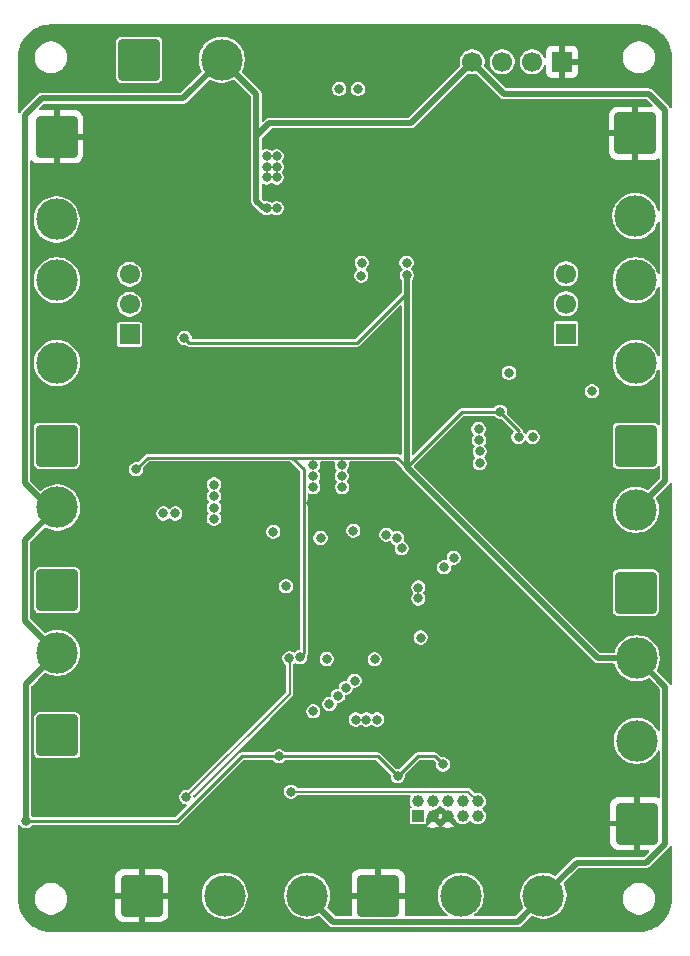
<source format=gbr>
%TF.GenerationSoftware,KiCad,Pcbnew,9.0.6*%
%TF.CreationDate,2026-01-25T18:40:06+01:00*%
%TF.ProjectId,dispo-board,64697370-6f2d-4626-9f61-72642e6b6963,rev?*%
%TF.SameCoordinates,Original*%
%TF.FileFunction,Copper,L3,Inr*%
%TF.FilePolarity,Positive*%
%FSLAX46Y46*%
G04 Gerber Fmt 4.6, Leading zero omitted, Abs format (unit mm)*
G04 Created by KiCad (PCBNEW 9.0.6) date 2026-01-25 18:40:06*
%MOMM*%
%LPD*%
G01*
G04 APERTURE LIST*
G04 Aperture macros list*
%AMRoundRect*
0 Rectangle with rounded corners*
0 $1 Rounding radius*
0 $2 $3 $4 $5 $6 $7 $8 $9 X,Y pos of 4 corners*
0 Add a 4 corners polygon primitive as box body*
4,1,4,$2,$3,$4,$5,$6,$7,$8,$9,$2,$3,0*
0 Add four circle primitives for the rounded corners*
1,1,$1+$1,$2,$3*
1,1,$1+$1,$4,$5*
1,1,$1+$1,$6,$7*
1,1,$1+$1,$8,$9*
0 Add four rect primitives between the rounded corners*
20,1,$1+$1,$2,$3,$4,$5,0*
20,1,$1+$1,$4,$5,$6,$7,0*
20,1,$1+$1,$6,$7,$8,$9,0*
20,1,$1+$1,$8,$9,$2,$3,0*%
G04 Aperture macros list end*
%TA.AperFunction,ComponentPad*%
%ADD10RoundRect,0.250002X-1.499998X1.499998X-1.499998X-1.499998X1.499998X-1.499998X1.499998X1.499998X0*%
%TD*%
%TA.AperFunction,ComponentPad*%
%ADD11C,3.500000*%
%TD*%
%TA.AperFunction,ComponentPad*%
%ADD12R,1.000000X1.000000*%
%TD*%
%TA.AperFunction,ComponentPad*%
%ADD13C,1.000000*%
%TD*%
%TA.AperFunction,ComponentPad*%
%ADD14RoundRect,0.250002X1.499998X-1.499998X1.499998X1.499998X-1.499998X1.499998X-1.499998X-1.499998X0*%
%TD*%
%TA.AperFunction,ComponentPad*%
%ADD15RoundRect,0.250002X-1.499998X-1.499998X1.499998X-1.499998X1.499998X1.499998X-1.499998X1.499998X0*%
%TD*%
%TA.AperFunction,ComponentPad*%
%ADD16R,1.700000X1.700000*%
%TD*%
%TA.AperFunction,ComponentPad*%
%ADD17C,1.700000*%
%TD*%
%TA.AperFunction,ViaPad*%
%ADD18C,0.800000*%
%TD*%
%TA.AperFunction,Conductor*%
%ADD19C,0.500000*%
%TD*%
%TA.AperFunction,Conductor*%
%ADD20C,0.250000*%
%TD*%
%TA.AperFunction,Conductor*%
%ADD21C,0.200000*%
%TD*%
G04 APERTURE END LIST*
D10*
%TO.N,GND*%
%TO.C,J2*%
X35276658Y-33857607D03*
D11*
%TO.N,GUITAR_IN*%
X35276658Y-40857607D03*
%TD*%
D12*
%TO.N,+3V3*%
%TO.C,J3*%
X65860000Y-91370000D03*
D13*
%TO.N,SWDIO*%
X65860000Y-90100000D03*
%TO.N,GND*%
X67130000Y-91370000D03*
%TO.N,SWCLK*%
X67130000Y-90100000D03*
%TO.N,GND*%
X68400000Y-91370000D03*
%TO.N,SWO*%
X68400000Y-90100000D03*
%TO.N,unconnected-(J3-KEY-Pad7)*%
X69670000Y-91370000D03*
%TO.N,unconnected-(J3-NC{slash}TDI-Pad8)*%
X69670000Y-90100000D03*
%TO.N,unconnected-(J3-GNDDetect-Pad9)*%
X70940000Y-91370000D03*
%TO.N,NRST*%
X70940000Y-90100000D03*
%TD*%
D14*
%TO.N,GUITAR_bypass*%
%TO.C,J7*%
X35300000Y-60000000D03*
D11*
%TO.N,GUITAR_IN_switch*%
X35300000Y-53000000D03*
%TO.N,GUITAR_IN_\u00B5C*%
X35300000Y-46000000D03*
%TD*%
D14*
%TO.N,DIG_IN4*%
%TO.C,J13*%
X35323342Y-84542393D03*
D11*
%TO.N,+3V3*%
X35323342Y-77542393D03*
%TD*%
D15*
%TO.N,DIG_IN2*%
%TO.C,J6*%
X42257607Y-27323342D03*
D11*
%TO.N,+3V3*%
X49257607Y-27323342D03*
%TD*%
D15*
%TO.N,GND*%
%TO.C,J11*%
X62500000Y-98100000D03*
D11*
%TO.N,ADC1_INP8*%
X69500000Y-98100000D03*
%TO.N,+3.3VA*%
X76500000Y-98100000D03*
%TD*%
D14*
%TO.N,GUITAR_bypass*%
%TO.C,J8*%
X84300000Y-60000000D03*
D11*
%TO.N,GUITAR_OUT_switch*%
X84300000Y-53000000D03*
%TO.N,GUITAR_OUT_\u00B5C*%
X84300000Y-46000000D03*
%TD*%
D15*
%TO.N,GND*%
%TO.C,J5*%
X42500000Y-98100000D03*
D11*
%TO.N,ADC1_INP4*%
X49500000Y-98100000D03*
%TO.N,+3.3VA*%
X56500000Y-98100000D03*
%TD*%
D14*
%TO.N,GND*%
%TO.C,J9*%
X84400000Y-92000000D03*
D11*
%TO.N,ADC1_INP5*%
X84400000Y-85000000D03*
%TO.N,+3.3VA*%
X84400000Y-78000000D03*
%TD*%
D16*
%TO.N,GND*%
%TO.C,J12*%
X78080000Y-27500000D03*
D17*
%TO.N,I2C1_SDA*%
X75540000Y-27500000D03*
%TO.N,I2C1_SCL*%
X73000000Y-27500000D03*
%TO.N,+3V3*%
X70460000Y-27500000D03*
%TD*%
D10*
%TO.N,GND*%
%TO.C,J4*%
X84276658Y-33557607D03*
D11*
%TO.N,GUITAR_OUT*%
X84276658Y-40557607D03*
%TD*%
D14*
%TO.N,DIG_IN3*%
%TO.C,J10*%
X35323342Y-72242393D03*
D11*
%TO.N,+3V3*%
X35323342Y-65242393D03*
%TD*%
D14*
%TO.N,DIG_IN1*%
%TO.C,J1*%
X84323342Y-72442393D03*
D11*
%TO.N,+3V3*%
X84323342Y-65442393D03*
%TD*%
D16*
%TO.N,GUITAR_IN_switch*%
%TO.C,JP1*%
X41450000Y-50580000D03*
D17*
%TO.N,GUITAR_IN*%
X41450000Y-48040000D03*
%TO.N,GUITAR_IN_\u00B5C*%
X41450000Y-45500000D03*
%TD*%
D16*
%TO.N,GUITAR_OUT_switch*%
%TO.C,JP2*%
X78400000Y-50530000D03*
D17*
%TO.N,GUITAR_OUT*%
X78400000Y-47990000D03*
%TO.N,GUITAR_OUT_\u00B5C*%
X78400000Y-45450000D03*
%TD*%
D18*
%TO.N,+3V3*%
X61071418Y-45613286D03*
X53625000Y-67300000D03*
X32700000Y-91800000D03*
X64100000Y-67820000D03*
X54700000Y-71900000D03*
X64150000Y-88000000D03*
X54098895Y-86307032D03*
X68000000Y-87000000D03*
X66097364Y-76252636D03*
X58150000Y-78079000D03*
X53900000Y-39900000D03*
X61102768Y-44516022D03*
X53051780Y-39895863D03*
%TO.N,GND*%
X52000000Y-96900000D03*
X65800000Y-36350000D03*
X41400000Y-85200000D03*
X71500000Y-49100000D03*
X51650000Y-55950000D03*
X77350000Y-80450000D03*
X47900000Y-31800000D03*
X75300000Y-66500000D03*
X51750000Y-81650000D03*
X35100000Y-49700000D03*
X47650000Y-38550000D03*
X84250000Y-37300000D03*
X64100000Y-86200000D03*
X68500000Y-27900000D03*
X48100000Y-59100000D03*
X66800000Y-29500000D03*
X53051780Y-38495863D03*
X62000000Y-33900000D03*
X45150000Y-94300000D03*
X58300000Y-31000000D03*
X63000000Y-54000000D03*
X40600000Y-40400000D03*
X80650000Y-35700000D03*
X76100000Y-94250000D03*
X45175000Y-63650000D03*
X52100000Y-42100000D03*
X57800000Y-46950000D03*
X62900000Y-57100000D03*
X64500000Y-41400000D03*
X66000000Y-93500000D03*
X65800000Y-35400000D03*
X80300000Y-96800000D03*
X72900000Y-79950000D03*
X59900000Y-74600000D03*
X38600000Y-98400000D03*
X52100000Y-50300000D03*
X57300000Y-57000000D03*
X84350000Y-56600000D03*
X62000000Y-71200000D03*
X53900000Y-38500000D03*
X69700000Y-83600000D03*
X59025000Y-65700000D03*
X52200000Y-52100000D03*
X57400000Y-74900000D03*
X62400000Y-41000000D03*
X54300000Y-45500000D03*
X52200000Y-99200000D03*
X39900000Y-83700000D03*
X77350000Y-33650000D03*
X64100000Y-63200000D03*
X60500000Y-91300000D03*
X35300000Y-88500000D03*
X63100000Y-80225000D03*
X54400000Y-50400000D03*
X65400000Y-34200000D03*
X73500000Y-68400000D03*
X73500000Y-31800000D03*
X44900000Y-72100000D03*
X66125000Y-78325000D03*
X67300000Y-74400000D03*
X39600000Y-67200000D03*
X66000000Y-54200000D03*
X78100000Y-64400000D03*
X63250000Y-59150000D03*
X45600000Y-28500000D03*
X57400000Y-58950000D03*
X78700000Y-73600000D03*
X63900000Y-94800000D03*
X63100000Y-50900000D03*
X61200000Y-55700000D03*
X46550000Y-40400000D03*
X37900000Y-56700000D03*
X72950000Y-97900000D03*
X54700000Y-52500000D03*
X55000000Y-56300000D03*
X51650000Y-59100000D03*
X80200000Y-94000000D03*
X72300000Y-51500000D03*
X77500000Y-76300000D03*
X68700000Y-44700000D03*
X76050000Y-25400000D03*
X81100000Y-25550000D03*
X56850000Y-64900000D03*
X60400000Y-60000000D03*
X65000000Y-65400000D03*
X80800000Y-31800000D03*
X61700000Y-72600000D03*
X35200000Y-68800000D03*
X40900000Y-74300000D03*
X61600000Y-48600000D03*
X70500000Y-29650000D03*
X49200000Y-67800000D03*
X64000000Y-27500000D03*
X64075000Y-80250000D03*
X46200000Y-68600000D03*
X61200000Y-36000000D03*
X50000000Y-30300000D03*
X65800000Y-41400000D03*
X50000000Y-36700000D03*
X54600000Y-31300000D03*
X47400000Y-86300000D03*
X80700000Y-28900000D03*
X43400000Y-79200000D03*
X41050000Y-35450000D03*
X54300000Y-63100000D03*
X50450000Y-94350000D03*
X62700000Y-37300000D03*
X55750000Y-42020000D03*
X68500000Y-47400000D03*
X62900000Y-90500000D03*
X75450000Y-29300000D03*
X58500000Y-83375000D03*
X38000000Y-29100000D03*
X51900000Y-71350000D03*
X62700000Y-36000000D03*
X68800000Y-41900000D03*
X80800000Y-40550000D03*
X80250000Y-60600000D03*
X47400000Y-83900000D03*
X61200000Y-37300000D03*
X49900000Y-70800000D03*
X65050000Y-28800000D03*
X35100000Y-81000000D03*
X68700000Y-31700000D03*
X34400000Y-37600000D03*
X49100000Y-58800000D03*
X68600000Y-33900000D03*
X80000000Y-91250000D03*
X38600000Y-32100000D03*
X64500000Y-42400000D03*
X66600000Y-97500000D03*
X73100000Y-40600000D03*
X72700000Y-44800000D03*
X60859617Y-42717050D03*
X48200000Y-79950000D03*
X45225000Y-64650000D03*
X38200000Y-63900000D03*
X57300000Y-30000000D03*
X50100000Y-41100000D03*
X66700000Y-83700000D03*
X54300000Y-61900000D03*
X39700000Y-79050000D03*
X61200000Y-75300000D03*
X64500000Y-35400000D03*
X64500000Y-36300000D03*
X54400000Y-47700000D03*
X49200000Y-46000000D03*
X84150000Y-68850000D03*
X51400000Y-82900000D03*
X49200000Y-50250000D03*
X40600000Y-72200000D03*
X61800000Y-62300000D03*
X68200000Y-95600000D03*
X40700000Y-87800000D03*
X84250000Y-81850000D03*
X67400000Y-82700000D03*
X77350000Y-39450000D03*
X53750000Y-78950000D03*
X62300000Y-60100000D03*
X38100000Y-59300000D03*
X45400000Y-79700000D03*
X56700000Y-95500000D03*
X70000000Y-81700000D03*
X55600000Y-84100000D03*
X49000000Y-42750000D03*
X67300000Y-73300000D03*
X73800000Y-34300000D03*
X61400000Y-59000000D03*
X58700000Y-90400000D03*
X49150000Y-52350000D03*
X42700000Y-89600000D03*
X59900000Y-70600000D03*
X68700000Y-37900000D03*
X65800000Y-42500000D03*
X68400000Y-54600000D03*
X81200000Y-86500000D03*
X80200000Y-71600000D03*
X54200000Y-29600000D03*
X71500000Y-65600000D03*
X69800000Y-86600000D03*
X79500000Y-68500000D03*
X59000000Y-52400000D03*
X66000000Y-50300000D03*
X79550000Y-55050000D03*
X52100000Y-63800000D03*
X46250000Y-98300000D03*
X73100000Y-75450000D03*
X45900000Y-74400000D03*
X66100000Y-47200000D03*
X62000000Y-31500000D03*
X75400000Y-86500000D03*
X42600000Y-69400000D03*
X71900000Y-70700000D03*
X58800000Y-50200000D03*
X50000000Y-38850000D03*
X54100000Y-94800000D03*
X63200000Y-41400000D03*
X51900000Y-45900000D03*
X63800000Y-56200000D03*
X58100000Y-71800000D03*
X84600000Y-49650000D03*
X60150000Y-94200000D03*
X56750000Y-42020000D03*
X81200000Y-83500000D03*
X55700000Y-59950000D03*
X62600000Y-88200000D03*
X64800000Y-31400000D03*
X66000000Y-55900000D03*
X43600000Y-32100000D03*
X54650000Y-58900000D03*
X73500000Y-38000000D03*
X75600000Y-91200000D03*
X52100000Y-62000000D03*
X73600000Y-50700000D03*
X71950000Y-25550000D03*
X49500000Y-73600000D03*
X75300000Y-83800000D03*
X58700000Y-88300000D03*
X50000000Y-37850000D03*
X65025000Y-80250000D03*
X68600000Y-51800000D03*
X35100000Y-56800000D03*
X39300000Y-94300000D03*
X66100000Y-44600000D03*
X84350000Y-88300000D03*
%TO.N,+1V0*%
X64489500Y-68700000D03*
X57625000Y-67825000D03*
X62202000Y-78100000D03*
%TO.N,NRST*%
X55126983Y-89298241D03*
X54978667Y-78002370D03*
X46250000Y-89750000D03*
%TO.N,DIG_IN2*%
X59425000Y-61650000D03*
X57000000Y-61672998D03*
%TO.N,DIG_IN3*%
X57000000Y-62600000D03*
X59425000Y-62575000D03*
%TO.N,DIG_IN4*%
X57000000Y-63500000D03*
X59450000Y-63525000D03*
%TO.N,Net-(U4-V+)*%
X73585325Y-53842495D03*
X80600000Y-55400000D03*
%TO.N,+3.3VA*%
X44310475Y-65750000D03*
X64929445Y-45589634D03*
X45332507Y-65750000D03*
X55900000Y-77900000D03*
X64904247Y-44511158D03*
X75575895Y-59278165D03*
X42000000Y-62000000D03*
X72811232Y-57140532D03*
X46100000Y-50900000D03*
X74385741Y-59270908D03*
%TO.N,+5V*%
X53051780Y-36395863D03*
X53900000Y-35500000D03*
X53900000Y-36400000D03*
X53900000Y-37300000D03*
X53051780Y-35495863D03*
X53051780Y-37295863D03*
%TO.N,SWCLK*%
X63200000Y-67548000D03*
X68083000Y-70300000D03*
%TO.N,SWO*%
X60400000Y-67200000D03*
X68900000Y-69500000D03*
%TO.N,ADC1_INP4*%
X60600000Y-83200000D03*
%TO.N,ADC1_INP5*%
X62400003Y-83200000D03*
%TO.N,ADC1_INP8*%
X61500000Y-83200000D03*
%TO.N,USBD-*%
X60800000Y-29800000D03*
X65900000Y-72944003D03*
%TO.N,USBD+*%
X65900000Y-72017000D03*
X59200000Y-29800000D03*
%TO.N,I2S6_SDI*%
X48600000Y-66200000D03*
X59767000Y-80500000D03*
%TO.N,I2S6_SDO*%
X60500000Y-79900000D03*
X71000000Y-58600000D03*
%TO.N,I2S6_CK*%
X71040184Y-59526132D03*
X59100000Y-81183000D03*
X48600000Y-65272997D03*
%TO.N,I2S6_WS*%
X58379906Y-81883000D03*
X71100000Y-60500000D03*
X48600000Y-64300000D03*
%TO.N,I2S6_MCK*%
X48600000Y-63300000D03*
X57000000Y-82500000D03*
X71100000Y-61500000D03*
%TD*%
D19*
%TO.N,+3V3*%
X35323342Y-65242393D02*
X32600000Y-67965735D01*
X53051780Y-39895863D02*
X52795863Y-39895863D01*
X53300000Y-32700000D02*
X52200000Y-33800000D01*
X32600000Y-67965735D02*
X32600000Y-74819051D01*
X34642393Y-65242393D02*
X35323342Y-65242393D01*
X32600000Y-74819051D02*
X35323342Y-77542393D01*
X86800000Y-62965735D02*
X84323342Y-65442393D01*
X52200000Y-30265735D02*
X49257607Y-27323342D01*
X70460000Y-27500000D02*
X65260000Y-32700000D01*
X34000000Y-30600000D02*
X32600000Y-32000000D01*
D20*
X65842968Y-86307032D02*
X67307032Y-86307032D01*
D19*
X52200000Y-33800000D02*
X52200000Y-30265735D01*
X52200000Y-39300000D02*
X52200000Y-33800000D01*
X32700000Y-91800000D02*
X32700000Y-80165735D01*
D20*
X64150000Y-88000000D02*
X65842968Y-86307032D01*
X50942968Y-86307032D02*
X45450000Y-91800000D01*
D19*
X49257607Y-27323342D02*
X45980949Y-30600000D01*
X52795863Y-39895863D02*
X52200000Y-39300000D01*
X32600000Y-32000000D02*
X32600000Y-63200000D01*
X85400000Y-30200000D02*
X86800000Y-31600000D01*
X45980949Y-30600000D02*
X34000000Y-30600000D01*
X73160000Y-30200000D02*
X85400000Y-30200000D01*
D20*
X54098895Y-86307032D02*
X50942968Y-86307032D01*
X62457032Y-86307032D02*
X64150000Y-88000000D01*
X45450000Y-91800000D02*
X32700000Y-91800000D01*
D19*
X65260000Y-32700000D02*
X53300000Y-32700000D01*
X86800000Y-31600000D02*
X86800000Y-62965735D01*
X32600000Y-63200000D02*
X34642393Y-65242393D01*
D20*
X67307032Y-86307032D02*
X68000000Y-87000000D01*
D19*
X70460000Y-27500000D02*
X73160000Y-30200000D01*
X32700000Y-80165735D02*
X35323342Y-77542393D01*
D20*
X54098895Y-86307032D02*
X62457032Y-86307032D01*
%TO.N,+1V0*%
X64426445Y-68636945D02*
X64489500Y-68700000D01*
D21*
%TO.N,NRST*%
X46250000Y-89750000D02*
X55000000Y-81000000D01*
X54981037Y-78000000D02*
X54978667Y-78002370D01*
X70940000Y-90100000D02*
X70140000Y-89300000D01*
X55128742Y-89300000D02*
X55126983Y-89298241D01*
X55000000Y-78000000D02*
X54981037Y-78000000D01*
X55000000Y-81000000D02*
X55000000Y-78000000D01*
X70140000Y-89300000D02*
X55128742Y-89300000D01*
D20*
%TO.N,+3.3VA*%
X56200000Y-62019998D02*
X56200000Y-77600000D01*
X56200000Y-77600000D02*
X55900000Y-77900000D01*
X55200000Y-61019998D02*
X56200000Y-62019998D01*
X72811232Y-57140532D02*
X69618358Y-57140532D01*
D19*
X86800000Y-93700000D02*
X85200000Y-95300000D01*
D20*
X72811232Y-57140532D02*
X74435741Y-58765041D01*
D19*
X81100000Y-78000000D02*
X84400000Y-78000000D01*
X85200000Y-95300000D02*
X79300000Y-95300000D01*
X74300000Y-100300000D02*
X58700000Y-100300000D01*
X86800000Y-80400000D02*
X86800000Y-93700000D01*
X84400000Y-78000000D02*
X86800000Y-80400000D01*
X76500000Y-98100000D02*
X74300000Y-100300000D01*
D20*
X55200000Y-61019998D02*
X64119998Y-61019998D01*
D19*
X64929445Y-45589634D02*
X64929445Y-61829445D01*
D20*
X42980002Y-61019998D02*
X55200000Y-61019998D01*
D19*
X64929445Y-61829445D02*
X81100000Y-78000000D01*
X79300000Y-95300000D02*
X76500000Y-98100000D01*
D20*
X64119998Y-61019998D02*
X64929445Y-61829445D01*
X69618358Y-57140532D02*
X64929445Y-61829445D01*
X60700000Y-51300000D02*
X46500000Y-51300000D01*
X64929445Y-45589634D02*
X64929445Y-47070555D01*
D19*
X58700000Y-100300000D02*
X56500000Y-98100000D01*
D20*
X64929445Y-47070555D02*
X60700000Y-51300000D01*
X46500000Y-51300000D02*
X46100000Y-50900000D01*
X42000000Y-62000000D02*
X42980002Y-61019998D01*
%TD*%
%TA.AperFunction,Conductor*%
%TO.N,GND*%
G36*
X58814080Y-61364405D02*
G01*
X58850044Y-61413905D01*
X58851515Y-61470118D01*
X58824500Y-61570943D01*
X58824500Y-61729057D01*
X58865423Y-61881784D01*
X58944480Y-62018716D01*
X58944482Y-62018718D01*
X58968261Y-62042498D01*
X58996037Y-62097015D01*
X58986465Y-62157447D01*
X58968261Y-62182502D01*
X58944482Y-62206281D01*
X58944480Y-62206283D01*
X58944480Y-62206284D01*
X58865423Y-62343216D01*
X58824500Y-62495943D01*
X58824500Y-62654057D01*
X58865423Y-62806784D01*
X58944480Y-62943716D01*
X58993261Y-62992497D01*
X59021037Y-63047012D01*
X59011466Y-63107444D01*
X58993262Y-63132500D01*
X58969482Y-63156281D01*
X58969480Y-63156283D01*
X58969480Y-63156284D01*
X58890423Y-63293216D01*
X58849500Y-63445943D01*
X58849500Y-63604057D01*
X58890423Y-63756784D01*
X58969480Y-63893716D01*
X59081284Y-64005520D01*
X59218216Y-64084577D01*
X59370943Y-64125500D01*
X59370945Y-64125500D01*
X59529055Y-64125500D01*
X59529057Y-64125500D01*
X59681784Y-64084577D01*
X59818716Y-64005520D01*
X59930520Y-63893716D01*
X60009577Y-63756784D01*
X60050500Y-63604057D01*
X60050500Y-63445943D01*
X60009577Y-63293216D01*
X59930520Y-63156284D01*
X59881737Y-63107501D01*
X59853962Y-63052987D01*
X59863533Y-62992555D01*
X59881741Y-62967495D01*
X59905516Y-62943720D01*
X59905516Y-62943719D01*
X59905520Y-62943716D01*
X59984577Y-62806784D01*
X60025500Y-62654057D01*
X60025500Y-62495943D01*
X59984577Y-62343216D01*
X59905520Y-62206284D01*
X59881737Y-62182501D01*
X59853962Y-62127987D01*
X59863533Y-62067555D01*
X59881738Y-62042498D01*
X59905520Y-62018716D01*
X59984577Y-61881784D01*
X60025500Y-61729057D01*
X60025500Y-61570943D01*
X59998484Y-61470118D01*
X60001686Y-61409020D01*
X60040192Y-61361470D01*
X60094111Y-61345498D01*
X63944163Y-61345498D01*
X64002354Y-61364405D01*
X64014167Y-61374494D01*
X64449949Y-61810276D01*
X64476885Y-61860188D01*
X64478945Y-61870127D01*
X64478945Y-61888754D01*
X64495252Y-61949611D01*
X64509646Y-62003332D01*
X64509647Y-62003334D01*
X64509648Y-62003337D01*
X64568952Y-62106054D01*
X64568954Y-62106056D01*
X64568956Y-62106059D01*
X80823386Y-78360489D01*
X80823388Y-78360490D01*
X80823390Y-78360492D01*
X80926107Y-78419796D01*
X80926109Y-78419797D01*
X80926113Y-78419799D01*
X80950322Y-78426284D01*
X80950325Y-78426287D01*
X80950326Y-78426286D01*
X81040688Y-78450499D01*
X81040690Y-78450500D01*
X81040691Y-78450500D01*
X82425439Y-78450500D01*
X82483630Y-78469407D01*
X82519594Y-78518907D01*
X82521066Y-78523876D01*
X82549050Y-78628313D01*
X82549051Y-78628317D01*
X82549052Y-78628318D01*
X82646892Y-78864527D01*
X82646894Y-78864531D01*
X82646896Y-78864535D01*
X82703586Y-78962724D01*
X82774741Y-79085968D01*
X82930384Y-79288806D01*
X82930386Y-79288808D01*
X82930390Y-79288813D01*
X83111187Y-79469610D01*
X83111191Y-79469613D01*
X83111193Y-79469615D01*
X83191562Y-79531284D01*
X83314035Y-79625261D01*
X83535465Y-79753104D01*
X83771687Y-79850950D01*
X84018660Y-79917126D01*
X84272157Y-79950500D01*
X84272158Y-79950500D01*
X84527842Y-79950500D01*
X84527843Y-79950500D01*
X84781340Y-79917126D01*
X85028313Y-79850950D01*
X85264535Y-79753104D01*
X85358168Y-79699044D01*
X85418016Y-79686322D01*
X85473912Y-79711208D01*
X85477673Y-79714776D01*
X86320504Y-80557607D01*
X86348281Y-80612124D01*
X86349500Y-80627611D01*
X86349500Y-84111899D01*
X86330593Y-84170090D01*
X86281093Y-84206054D01*
X86219907Y-84206054D01*
X86170407Y-84170090D01*
X86159036Y-84149786D01*
X86158578Y-84148682D01*
X86153104Y-84135465D01*
X86025261Y-83914035D01*
X86025258Y-83914031D01*
X85869615Y-83711193D01*
X85869613Y-83711191D01*
X85869610Y-83711187D01*
X85688813Y-83530390D01*
X85688808Y-83530386D01*
X85688806Y-83530384D01*
X85485968Y-83374741D01*
X85485965Y-83374739D01*
X85264535Y-83246896D01*
X85264531Y-83246894D01*
X85264527Y-83246892D01*
X85028314Y-83149050D01*
X84847121Y-83100500D01*
X84781340Y-83082874D01*
X84781337Y-83082873D01*
X84781335Y-83082873D01*
X84527843Y-83049500D01*
X84272157Y-83049500D01*
X84272156Y-83049500D01*
X84018667Y-83082873D01*
X84018662Y-83082873D01*
X83771685Y-83149050D01*
X83535472Y-83246892D01*
X83314031Y-83374741D01*
X83111193Y-83530384D01*
X82930384Y-83711193D01*
X82774741Y-83914031D01*
X82646892Y-84135472D01*
X82549050Y-84371685D01*
X82482873Y-84618662D01*
X82482873Y-84618667D01*
X82449500Y-84872156D01*
X82449500Y-85127843D01*
X82482873Y-85381332D01*
X82482873Y-85381337D01*
X82549050Y-85628314D01*
X82646892Y-85864527D01*
X82646894Y-85864531D01*
X82646896Y-85864535D01*
X82751994Y-86046569D01*
X82774741Y-86085968D01*
X82930384Y-86288806D01*
X82930386Y-86288808D01*
X82930390Y-86288813D01*
X83111187Y-86469610D01*
X83111191Y-86469613D01*
X83111193Y-86469615D01*
X83314031Y-86625258D01*
X83314035Y-86625261D01*
X83535465Y-86753104D01*
X83771687Y-86850950D01*
X84018660Y-86917126D01*
X84272157Y-86950500D01*
X84272158Y-86950500D01*
X84527842Y-86950500D01*
X84527843Y-86950500D01*
X84781340Y-86917126D01*
X85028313Y-86850950D01*
X85264535Y-86753104D01*
X85485965Y-86625261D01*
X85688813Y-86469610D01*
X85869610Y-86288813D01*
X86025261Y-86085965D01*
X86153104Y-85864535D01*
X86159036Y-85850215D01*
X86198772Y-85803689D01*
X86258267Y-85789405D01*
X86314795Y-85812819D01*
X86346764Y-85864988D01*
X86349500Y-85888100D01*
X86349500Y-89721746D01*
X86330593Y-89779937D01*
X86281093Y-89815901D01*
X86219907Y-89815901D01*
X86219360Y-89815721D01*
X86052691Y-89760493D01*
X85949985Y-89750000D01*
X84650001Y-89750000D01*
X84650000Y-89750001D01*
X84650000Y-91264699D01*
X84626059Y-91254783D01*
X84476331Y-91225000D01*
X84323669Y-91225000D01*
X84173941Y-91254783D01*
X84150000Y-91264699D01*
X84150000Y-89750001D01*
X84149999Y-89750000D01*
X82850015Y-89750000D01*
X82747314Y-89760492D01*
X82747302Y-89760495D01*
X82580877Y-89815643D01*
X82431660Y-89907680D01*
X82307680Y-90031660D01*
X82215643Y-90180877D01*
X82160493Y-90347308D01*
X82150000Y-90450014D01*
X82150000Y-91749999D01*
X82150001Y-91750000D01*
X83664700Y-91750000D01*
X83654783Y-91773941D01*
X83625000Y-91923669D01*
X83625000Y-92076331D01*
X83654783Y-92226059D01*
X83664700Y-92250000D01*
X82150002Y-92250000D01*
X82150001Y-92250001D01*
X82150001Y-93549984D01*
X82160492Y-93652685D01*
X82160495Y-93652697D01*
X82215643Y-93819122D01*
X82307680Y-93968339D01*
X82431660Y-94092319D01*
X82580877Y-94184356D01*
X82747308Y-94239506D01*
X82850014Y-94249999D01*
X84149998Y-94249999D01*
X84150000Y-94249998D01*
X84150000Y-92735300D01*
X84173941Y-92745217D01*
X84323669Y-92775000D01*
X84476331Y-92775000D01*
X84626059Y-92745217D01*
X84650000Y-92735300D01*
X84650000Y-94249998D01*
X84650001Y-94249999D01*
X85373889Y-94249999D01*
X85432080Y-94268906D01*
X85468044Y-94318406D01*
X85468044Y-94379592D01*
X85443893Y-94419002D01*
X85042393Y-94820503D01*
X84987876Y-94848281D01*
X84972389Y-94849500D01*
X79240691Y-94849500D01*
X79195508Y-94861606D01*
X79150325Y-94873713D01*
X79150324Y-94873712D01*
X79126112Y-94880201D01*
X79126109Y-94880202D01*
X79023390Y-94939507D01*
X79023385Y-94939511D01*
X77577671Y-96385223D01*
X77523155Y-96413000D01*
X77462723Y-96403429D01*
X77458168Y-96400955D01*
X77364536Y-96346896D01*
X77364531Y-96346893D01*
X77128314Y-96249050D01*
X77019413Y-96219870D01*
X76881340Y-96182874D01*
X76881337Y-96182873D01*
X76881335Y-96182873D01*
X76627843Y-96149500D01*
X76372157Y-96149500D01*
X76372156Y-96149500D01*
X76118667Y-96182873D01*
X76118662Y-96182873D01*
X75871685Y-96249050D01*
X75635472Y-96346892D01*
X75414031Y-96474741D01*
X75211193Y-96630384D01*
X75030384Y-96811193D01*
X74874741Y-97014031D01*
X74746892Y-97235472D01*
X74649050Y-97471685D01*
X74582873Y-97718662D01*
X74582873Y-97718667D01*
X74549500Y-97972156D01*
X74549500Y-98227843D01*
X74582873Y-98481332D01*
X74582873Y-98481337D01*
X74649050Y-98728314D01*
X74746894Y-98964530D01*
X74746896Y-98964535D01*
X74758938Y-98985392D01*
X74800955Y-99058170D01*
X74813676Y-99118018D01*
X74788789Y-99173914D01*
X74785222Y-99177672D01*
X74142394Y-99820503D01*
X74087877Y-99848281D01*
X74072390Y-99849500D01*
X70715698Y-99849500D01*
X70657507Y-99830593D01*
X70621543Y-99781093D01*
X70621543Y-99719907D01*
X70655431Y-99671958D01*
X70788806Y-99569615D01*
X70788813Y-99569610D01*
X70969610Y-99388813D01*
X71125261Y-99185965D01*
X71253104Y-98964535D01*
X71350950Y-98728313D01*
X71417126Y-98481340D01*
X71450500Y-98227843D01*
X71450500Y-97972157D01*
X71417126Y-97718660D01*
X71350950Y-97471687D01*
X71253104Y-97235465D01*
X71125261Y-97014035D01*
X70969610Y-96811187D01*
X70788813Y-96630390D01*
X70788808Y-96630386D01*
X70788806Y-96630384D01*
X70585968Y-96474741D01*
X70585965Y-96474739D01*
X70364535Y-96346896D01*
X70364531Y-96346894D01*
X70364527Y-96346892D01*
X70128314Y-96249050D01*
X70019413Y-96219870D01*
X69881340Y-96182874D01*
X69881337Y-96182873D01*
X69881335Y-96182873D01*
X69627843Y-96149500D01*
X69372157Y-96149500D01*
X69372156Y-96149500D01*
X69118667Y-96182873D01*
X69118662Y-96182873D01*
X68871685Y-96249050D01*
X68635472Y-96346892D01*
X68414031Y-96474741D01*
X68211193Y-96630384D01*
X68030384Y-96811193D01*
X67874741Y-97014031D01*
X67746892Y-97235472D01*
X67649050Y-97471685D01*
X67582873Y-97718662D01*
X67582873Y-97718667D01*
X67549500Y-97972156D01*
X67549500Y-98227843D01*
X67582873Y-98481332D01*
X67582873Y-98481337D01*
X67649050Y-98728314D01*
X67746892Y-98964527D01*
X67746894Y-98964530D01*
X67746896Y-98964535D01*
X67869951Y-99177672D01*
X67874741Y-99185968D01*
X68030384Y-99388806D01*
X68030386Y-99388808D01*
X68030390Y-99388813D01*
X68211187Y-99569610D01*
X68211191Y-99569613D01*
X68211193Y-99569615D01*
X68344569Y-99671958D01*
X68379225Y-99722382D01*
X68377624Y-99783547D01*
X68340376Y-99832088D01*
X68284302Y-99849500D01*
X64839246Y-99849500D01*
X64781055Y-99830593D01*
X64745091Y-99781093D01*
X64740759Y-99740438D01*
X64750000Y-99649985D01*
X64750000Y-98350001D01*
X64749999Y-98350000D01*
X63235300Y-98350000D01*
X63245217Y-98326059D01*
X63275000Y-98176331D01*
X63275000Y-98023669D01*
X63245217Y-97873941D01*
X63235300Y-97850000D01*
X64749998Y-97850000D01*
X64749999Y-97849999D01*
X64749999Y-96550015D01*
X64739507Y-96447314D01*
X64739504Y-96447302D01*
X64684356Y-96280877D01*
X64592319Y-96131660D01*
X64468339Y-96007680D01*
X64319122Y-95915643D01*
X64152691Y-95860493D01*
X64049985Y-95850000D01*
X62750001Y-95850000D01*
X62750000Y-95850001D01*
X62750000Y-97364699D01*
X62726059Y-97354783D01*
X62576331Y-97325000D01*
X62423669Y-97325000D01*
X62273941Y-97354783D01*
X62250000Y-97364699D01*
X62250000Y-95850001D01*
X62249999Y-95850000D01*
X60950015Y-95850000D01*
X60847314Y-95860492D01*
X60847302Y-95860495D01*
X60680877Y-95915643D01*
X60531660Y-96007680D01*
X60407680Y-96131660D01*
X60315643Y-96280877D01*
X60260493Y-96447308D01*
X60250000Y-96550014D01*
X60250000Y-97849999D01*
X60250001Y-97850000D01*
X61764700Y-97850000D01*
X61754783Y-97873941D01*
X61725000Y-98023669D01*
X61725000Y-98176331D01*
X61754783Y-98326059D01*
X61764700Y-98350000D01*
X60250002Y-98350000D01*
X60250001Y-98350001D01*
X60250001Y-99649983D01*
X60259242Y-99740438D01*
X60246347Y-99800249D01*
X60200758Y-99841058D01*
X60160755Y-99849500D01*
X58927612Y-99849500D01*
X58869421Y-99830593D01*
X58857608Y-99820504D01*
X58214776Y-99177672D01*
X58186999Y-99123155D01*
X58196570Y-99062723D01*
X58199025Y-99058200D01*
X58253104Y-98964535D01*
X58350950Y-98728313D01*
X58417126Y-98481340D01*
X58450500Y-98227843D01*
X58450500Y-97972157D01*
X58417126Y-97718660D01*
X58350950Y-97471687D01*
X58253104Y-97235465D01*
X58125261Y-97014035D01*
X57969610Y-96811187D01*
X57788813Y-96630390D01*
X57788808Y-96630386D01*
X57788807Y-96630385D01*
X57783152Y-96626046D01*
X57783151Y-96626045D01*
X57585968Y-96474741D01*
X57585965Y-96474739D01*
X57364535Y-96346896D01*
X57364531Y-96346894D01*
X57364527Y-96346892D01*
X57128314Y-96249050D01*
X57019413Y-96219870D01*
X56881340Y-96182874D01*
X56881337Y-96182873D01*
X56881335Y-96182873D01*
X56627843Y-96149500D01*
X56372157Y-96149500D01*
X56372156Y-96149500D01*
X56118667Y-96182873D01*
X56118662Y-96182873D01*
X55871685Y-96249050D01*
X55635472Y-96346892D01*
X55414031Y-96474741D01*
X55211193Y-96630384D01*
X55030384Y-96811193D01*
X54874741Y-97014031D01*
X54746892Y-97235472D01*
X54649050Y-97471685D01*
X54582873Y-97718662D01*
X54582873Y-97718667D01*
X54549500Y-97972156D01*
X54549500Y-98227843D01*
X54582873Y-98481332D01*
X54582873Y-98481337D01*
X54649050Y-98728314D01*
X54746892Y-98964527D01*
X54746894Y-98964530D01*
X54746896Y-98964535D01*
X54869951Y-99177672D01*
X54874741Y-99185968D01*
X55030384Y-99388806D01*
X55030386Y-99388808D01*
X55030390Y-99388813D01*
X55211187Y-99569610D01*
X55211191Y-99569613D01*
X55211193Y-99569615D01*
X55410283Y-99722382D01*
X55414035Y-99725261D01*
X55635465Y-99853104D01*
X55635471Y-99853106D01*
X55635472Y-99853107D01*
X55722733Y-99889251D01*
X55871687Y-99950950D01*
X56118660Y-100017126D01*
X56372157Y-100050500D01*
X56372158Y-100050500D01*
X56627842Y-100050500D01*
X56627843Y-100050500D01*
X56881340Y-100017126D01*
X57128313Y-99950950D01*
X57364535Y-99853104D01*
X57458170Y-99799043D01*
X57518015Y-99786322D01*
X57573911Y-99811208D01*
X57577672Y-99814776D01*
X58423386Y-100660490D01*
X58526113Y-100719799D01*
X58550320Y-100726284D01*
X58550325Y-100726287D01*
X58550326Y-100726286D01*
X58640688Y-100750499D01*
X58640690Y-100750500D01*
X58640691Y-100750500D01*
X74359309Y-100750500D01*
X74449669Y-100726287D01*
X74449672Y-100726287D01*
X74462903Y-100722741D01*
X74473887Y-100719799D01*
X74576614Y-100660489D01*
X75422328Y-99814774D01*
X75476843Y-99786999D01*
X75537275Y-99796570D01*
X75541830Y-99799044D01*
X75635463Y-99853103D01*
X75635468Y-99853106D01*
X75794847Y-99919122D01*
X75871687Y-99950950D01*
X76118660Y-100017126D01*
X76372157Y-100050500D01*
X76372158Y-100050500D01*
X76627842Y-100050500D01*
X76627843Y-100050500D01*
X76881340Y-100017126D01*
X77128313Y-99950950D01*
X77364535Y-99853104D01*
X77585965Y-99725261D01*
X77788813Y-99569610D01*
X77969610Y-99388813D01*
X78125261Y-99185965D01*
X78253104Y-98964535D01*
X78350950Y-98728313D01*
X78417126Y-98481340D01*
X78446831Y-98255710D01*
X83235501Y-98255710D01*
X83235501Y-98468291D01*
X83268753Y-98678239D01*
X83334444Y-98880413D01*
X83430949Y-99069816D01*
X83430951Y-99069820D01*
X83555892Y-99241787D01*
X83555894Y-99241789D01*
X83555897Y-99241793D01*
X83706209Y-99392105D01*
X83706212Y-99392107D01*
X83706214Y-99392109D01*
X83878181Y-99517050D01*
X83878185Y-99517052D01*
X84067589Y-99613558D01*
X84269758Y-99679247D01*
X84269759Y-99679247D01*
X84269762Y-99679248D01*
X84479711Y-99712501D01*
X84479714Y-99712501D01*
X84692291Y-99712501D01*
X84902239Y-99679248D01*
X84902240Y-99679247D01*
X84902244Y-99679247D01*
X85104413Y-99613558D01*
X85293817Y-99517052D01*
X85465793Y-99392105D01*
X85616105Y-99241793D01*
X85741052Y-99069817D01*
X85837558Y-98880413D01*
X85903247Y-98678244D01*
X85916585Y-98594034D01*
X85936501Y-98468291D01*
X85936501Y-98255710D01*
X85903248Y-98045762D01*
X85903247Y-98045758D01*
X85837558Y-97843589D01*
X85741052Y-97654185D01*
X85741050Y-97654181D01*
X85616109Y-97482214D01*
X85616107Y-97482212D01*
X85616105Y-97482209D01*
X85465793Y-97331897D01*
X85465789Y-97331894D01*
X85465787Y-97331892D01*
X85293820Y-97206951D01*
X85293816Y-97206949D01*
X85104413Y-97110444D01*
X84902239Y-97044753D01*
X84692291Y-97011501D01*
X84692288Y-97011501D01*
X84479714Y-97011501D01*
X84479711Y-97011501D01*
X84269762Y-97044753D01*
X84067588Y-97110444D01*
X83878185Y-97206949D01*
X83878181Y-97206951D01*
X83706214Y-97331892D01*
X83555892Y-97482214D01*
X83430951Y-97654181D01*
X83430949Y-97654185D01*
X83334444Y-97843588D01*
X83268753Y-98045762D01*
X83235501Y-98255710D01*
X78446831Y-98255710D01*
X78450500Y-98227843D01*
X78450500Y-97972157D01*
X78417126Y-97718660D01*
X78350950Y-97471687D01*
X78302527Y-97354783D01*
X78253105Y-97235466D01*
X78233550Y-97201598D01*
X78199042Y-97141828D01*
X78186321Y-97081983D01*
X78211207Y-97026087D01*
X78214755Y-97022346D01*
X79457607Y-95779496D01*
X79512124Y-95751719D01*
X79527611Y-95750500D01*
X85259309Y-95750500D01*
X85349669Y-95726287D01*
X85349672Y-95726287D01*
X85362903Y-95722741D01*
X85373887Y-95719799D01*
X85476614Y-95660489D01*
X87160490Y-93976614D01*
X87202764Y-93903391D01*
X87248233Y-93862452D01*
X87309083Y-93856056D01*
X87362071Y-93886649D01*
X87386958Y-93942544D01*
X87387500Y-93952893D01*
X87387500Y-98359226D01*
X87387344Y-98364777D01*
X87370196Y-98670117D01*
X87368953Y-98681149D01*
X87318193Y-98979906D01*
X87315723Y-98990730D01*
X87231827Y-99281936D01*
X87228160Y-99292415D01*
X87112190Y-99572390D01*
X87107373Y-99582392D01*
X86960788Y-99847619D01*
X86954882Y-99857019D01*
X86779518Y-100104172D01*
X86772596Y-100112852D01*
X86570665Y-100338814D01*
X86562814Y-100346665D01*
X86336852Y-100548596D01*
X86328172Y-100555518D01*
X86081019Y-100730882D01*
X86071619Y-100736788D01*
X85806392Y-100883373D01*
X85796390Y-100888190D01*
X85516415Y-101004160D01*
X85505936Y-101007827D01*
X85214730Y-101091723D01*
X85203906Y-101094193D01*
X84905149Y-101144953D01*
X84894117Y-101146196D01*
X84588778Y-101163344D01*
X84583227Y-101163500D01*
X34804773Y-101163500D01*
X34799222Y-101163344D01*
X34493882Y-101146196D01*
X34482850Y-101144953D01*
X34184093Y-101094193D01*
X34173271Y-101091723D01*
X34099728Y-101070536D01*
X33882063Y-101007827D01*
X33871584Y-101004160D01*
X33591609Y-100888190D01*
X33581607Y-100883373D01*
X33316380Y-100736788D01*
X33306980Y-100730882D01*
X33059827Y-100555518D01*
X33051147Y-100548596D01*
X32825177Y-100346657D01*
X32817342Y-100338822D01*
X32615401Y-100112849D01*
X32608481Y-100104172D01*
X32433117Y-99857019D01*
X32427211Y-99847619D01*
X32280626Y-99582392D01*
X32275809Y-99572390D01*
X32159839Y-99292415D01*
X32156172Y-99281936D01*
X32126134Y-99177672D01*
X32072272Y-98990715D01*
X32069809Y-98979921D01*
X32019045Y-98681144D01*
X32017803Y-98670117D01*
X32013530Y-98594034D01*
X32000656Y-98364777D01*
X32000500Y-98359226D01*
X32000500Y-98255710D01*
X33451499Y-98255710D01*
X33451499Y-98468291D01*
X33484751Y-98678239D01*
X33550442Y-98880413D01*
X33646947Y-99069816D01*
X33646949Y-99069820D01*
X33771890Y-99241787D01*
X33771892Y-99241789D01*
X33771895Y-99241793D01*
X33922207Y-99392105D01*
X33922210Y-99392107D01*
X33922212Y-99392109D01*
X34094179Y-99517050D01*
X34094183Y-99517052D01*
X34283587Y-99613558D01*
X34485756Y-99679247D01*
X34485757Y-99679247D01*
X34485760Y-99679248D01*
X34695709Y-99712501D01*
X34695712Y-99712501D01*
X34908289Y-99712501D01*
X35118237Y-99679248D01*
X35118238Y-99679247D01*
X35118242Y-99679247D01*
X35320411Y-99613558D01*
X35509815Y-99517052D01*
X35681791Y-99392105D01*
X35832103Y-99241793D01*
X35957050Y-99069817D01*
X36053556Y-98880413D01*
X36119245Y-98678244D01*
X36132583Y-98594034D01*
X36152499Y-98468291D01*
X36152499Y-98255710D01*
X36130329Y-98115743D01*
X36119245Y-98045758D01*
X36111474Y-98021842D01*
X36104218Y-97999508D01*
X36104218Y-97999505D01*
X36053559Y-97843595D01*
X36053557Y-97843592D01*
X36053556Y-97843591D01*
X36053556Y-97843589D01*
X35957050Y-97654185D01*
X35957048Y-97654181D01*
X35832107Y-97482214D01*
X35832105Y-97482212D01*
X35832103Y-97482209D01*
X35681791Y-97331897D01*
X35681787Y-97331894D01*
X35681785Y-97331892D01*
X35509818Y-97206951D01*
X35509814Y-97206949D01*
X35320411Y-97110444D01*
X35118237Y-97044753D01*
X34908289Y-97011501D01*
X34908286Y-97011501D01*
X34695712Y-97011501D01*
X34695709Y-97011501D01*
X34485760Y-97044753D01*
X34283586Y-97110444D01*
X34094183Y-97206949D01*
X34094179Y-97206951D01*
X33922212Y-97331892D01*
X33771890Y-97482214D01*
X33646949Y-97654181D01*
X33646947Y-97654185D01*
X33550442Y-97843588D01*
X33484751Y-98045762D01*
X33451499Y-98255710D01*
X32000500Y-98255710D01*
X32000500Y-96550014D01*
X40250000Y-96550014D01*
X40250000Y-97849999D01*
X40250001Y-97850000D01*
X41764700Y-97850000D01*
X41754783Y-97873941D01*
X41725000Y-98023669D01*
X41725000Y-98176331D01*
X41754783Y-98326059D01*
X41764700Y-98350000D01*
X40250002Y-98350000D01*
X40250001Y-98350001D01*
X40250001Y-99649984D01*
X40260492Y-99752685D01*
X40260495Y-99752697D01*
X40315643Y-99919122D01*
X40407680Y-100068339D01*
X40531660Y-100192319D01*
X40680877Y-100284356D01*
X40847308Y-100339506D01*
X40950014Y-100349999D01*
X42249998Y-100349999D01*
X42250000Y-100349998D01*
X42250000Y-98835300D01*
X42273941Y-98845217D01*
X42423669Y-98875000D01*
X42576331Y-98875000D01*
X42726059Y-98845217D01*
X42750000Y-98835300D01*
X42750000Y-100349998D01*
X42750001Y-100349999D01*
X44049984Y-100349999D01*
X44152685Y-100339507D01*
X44152697Y-100339504D01*
X44319122Y-100284356D01*
X44468339Y-100192319D01*
X44592319Y-100068339D01*
X44684356Y-99919122D01*
X44739506Y-99752691D01*
X44750000Y-99649985D01*
X44750000Y-98350001D01*
X44749999Y-98350000D01*
X43235300Y-98350000D01*
X43245217Y-98326059D01*
X43275000Y-98176331D01*
X43275000Y-98023669D01*
X43264753Y-97972156D01*
X47549500Y-97972156D01*
X47549500Y-98227843D01*
X47582873Y-98481332D01*
X47582873Y-98481337D01*
X47649050Y-98728314D01*
X47746892Y-98964527D01*
X47746894Y-98964530D01*
X47746896Y-98964535D01*
X47869951Y-99177672D01*
X47874741Y-99185968D01*
X48030384Y-99388806D01*
X48030386Y-99388808D01*
X48030390Y-99388813D01*
X48211187Y-99569610D01*
X48211191Y-99569613D01*
X48211193Y-99569615D01*
X48410283Y-99722382D01*
X48414035Y-99725261D01*
X48635465Y-99853104D01*
X48635471Y-99853106D01*
X48635472Y-99853107D01*
X48722733Y-99889251D01*
X48871687Y-99950950D01*
X49118660Y-100017126D01*
X49372157Y-100050500D01*
X49372158Y-100050500D01*
X49627842Y-100050500D01*
X49627843Y-100050500D01*
X49881340Y-100017126D01*
X50128313Y-99950950D01*
X50364535Y-99853104D01*
X50585965Y-99725261D01*
X50788813Y-99569610D01*
X50969610Y-99388813D01*
X51125261Y-99185965D01*
X51253104Y-98964535D01*
X51350950Y-98728313D01*
X51417126Y-98481340D01*
X51450500Y-98227843D01*
X51450500Y-97972157D01*
X51417126Y-97718660D01*
X51350950Y-97471687D01*
X51253104Y-97235465D01*
X51125261Y-97014035D01*
X50969610Y-96811187D01*
X50788813Y-96630390D01*
X50788808Y-96630386D01*
X50788806Y-96630384D01*
X50585968Y-96474741D01*
X50585965Y-96474739D01*
X50364535Y-96346896D01*
X50364531Y-96346894D01*
X50364527Y-96346892D01*
X50128314Y-96249050D01*
X50019413Y-96219870D01*
X49881340Y-96182874D01*
X49881337Y-96182873D01*
X49881335Y-96182873D01*
X49627843Y-96149500D01*
X49372157Y-96149500D01*
X49372156Y-96149500D01*
X49118667Y-96182873D01*
X49118662Y-96182873D01*
X48871685Y-96249050D01*
X48635472Y-96346892D01*
X48414031Y-96474741D01*
X48211193Y-96630384D01*
X48030384Y-96811193D01*
X47874741Y-97014031D01*
X47746892Y-97235472D01*
X47649050Y-97471685D01*
X47582873Y-97718662D01*
X47582873Y-97718667D01*
X47549500Y-97972156D01*
X43264753Y-97972156D01*
X43245217Y-97873941D01*
X43235300Y-97850000D01*
X44749998Y-97850000D01*
X44749999Y-97849999D01*
X44749999Y-96550015D01*
X44739507Y-96447314D01*
X44739504Y-96447302D01*
X44684356Y-96280877D01*
X44592319Y-96131660D01*
X44468339Y-96007680D01*
X44319122Y-95915643D01*
X44152691Y-95860493D01*
X44049985Y-95850000D01*
X42750001Y-95850000D01*
X42750000Y-95850001D01*
X42750000Y-97364699D01*
X42726059Y-97354783D01*
X42576331Y-97325000D01*
X42423669Y-97325000D01*
X42273941Y-97354783D01*
X42250000Y-97364699D01*
X42250000Y-95850001D01*
X42249999Y-95850000D01*
X40950015Y-95850000D01*
X40847314Y-95860492D01*
X40847302Y-95860495D01*
X40680877Y-95915643D01*
X40531660Y-96007680D01*
X40407680Y-96131660D01*
X40315643Y-96280877D01*
X40260493Y-96447308D01*
X40250000Y-96550014D01*
X32000500Y-96550014D01*
X32000500Y-92158903D01*
X32019407Y-92100712D01*
X32068907Y-92064748D01*
X32130093Y-92064748D01*
X32179593Y-92100712D01*
X32185232Y-92109397D01*
X32219480Y-92168716D01*
X32331284Y-92280520D01*
X32468216Y-92359577D01*
X32620943Y-92400500D01*
X32620945Y-92400500D01*
X32779055Y-92400500D01*
X32779057Y-92400500D01*
X32931784Y-92359577D01*
X33068716Y-92280520D01*
X33116662Y-92232574D01*
X66620979Y-92232574D01*
X66656324Y-92256190D01*
X66838310Y-92331570D01*
X67031506Y-92369999D01*
X67031510Y-92370000D01*
X67228490Y-92370000D01*
X67228493Y-92369999D01*
X67421688Y-92331570D01*
X67421690Y-92331570D01*
X67603673Y-92256191D01*
X67639018Y-92232573D01*
X67890980Y-92232573D01*
X67926316Y-92256186D01*
X67926325Y-92256190D01*
X68108310Y-92331570D01*
X68301506Y-92369999D01*
X68301510Y-92370000D01*
X68498490Y-92370000D01*
X68498493Y-92369999D01*
X68691688Y-92331570D01*
X68691690Y-92331570D01*
X68873675Y-92256190D01*
X68909019Y-92232574D01*
X68399999Y-91723554D01*
X67890980Y-92232573D01*
X67639018Y-92232573D01*
X67129999Y-91723554D01*
X66620979Y-92232574D01*
X33116662Y-92232574D01*
X33180520Y-92168716D01*
X33180523Y-92168711D01*
X33183960Y-92164233D01*
X33234384Y-92129577D01*
X33262502Y-92125500D01*
X45492851Y-92125500D01*
X45492853Y-92125500D01*
X45575639Y-92103318D01*
X45612750Y-92081891D01*
X45649857Y-92060468D01*
X45649857Y-92060467D01*
X45649862Y-92060465D01*
X48491142Y-89219184D01*
X54526483Y-89219184D01*
X54526483Y-89377298D01*
X54567406Y-89530025D01*
X54646463Y-89666957D01*
X54758267Y-89778761D01*
X54895199Y-89857818D01*
X55047926Y-89898741D01*
X55047928Y-89898741D01*
X55206038Y-89898741D01*
X55206040Y-89898741D01*
X55358767Y-89857818D01*
X55495699Y-89778761D01*
X55607503Y-89666957D01*
X55617293Y-89649999D01*
X55662761Y-89609059D01*
X55703029Y-89600500D01*
X65166055Y-89600500D01*
X65224246Y-89619407D01*
X65260210Y-89668907D01*
X65260210Y-89730093D01*
X65248369Y-89754503D01*
X65239229Y-89768180D01*
X65239222Y-89768193D01*
X65186420Y-89895670D01*
X65186420Y-89895672D01*
X65159500Y-90031004D01*
X65159500Y-90168995D01*
X65186420Y-90304327D01*
X65186420Y-90304329D01*
X65239222Y-90431806D01*
X65239228Y-90431818D01*
X65312526Y-90541514D01*
X65329135Y-90600402D01*
X65307958Y-90657806D01*
X65285214Y-90678831D01*
X65215449Y-90725447D01*
X65215445Y-90725451D01*
X65171134Y-90791766D01*
X65171132Y-90791772D01*
X65159501Y-90850241D01*
X65159500Y-90850253D01*
X65159500Y-91889746D01*
X65159501Y-91889758D01*
X65171132Y-91948227D01*
X65171134Y-91948233D01*
X65215445Y-92014548D01*
X65215448Y-92014552D01*
X65281769Y-92058867D01*
X65326231Y-92067711D01*
X65340241Y-92070498D01*
X65340246Y-92070498D01*
X65340252Y-92070500D01*
X65340253Y-92070500D01*
X66379747Y-92070500D01*
X66379748Y-92070500D01*
X66438231Y-92058867D01*
X66504552Y-92014552D01*
X66548867Y-91948231D01*
X66560500Y-91889748D01*
X66560500Y-91626954D01*
X66579407Y-91568763D01*
X66589496Y-91556950D01*
X66805000Y-91341446D01*
X66805000Y-91412787D01*
X66827149Y-91495445D01*
X66869936Y-91569554D01*
X66930446Y-91630064D01*
X67004555Y-91672851D01*
X67087213Y-91695000D01*
X67172787Y-91695000D01*
X67255445Y-91672851D01*
X67329554Y-91630064D01*
X67390064Y-91569554D01*
X67432851Y-91495445D01*
X67455000Y-91412787D01*
X67455000Y-91370000D01*
X67483555Y-91370000D01*
X67765000Y-91651445D01*
X68046445Y-91370000D01*
X67765000Y-91088555D01*
X67483555Y-91370000D01*
X67455000Y-91370000D01*
X67455000Y-91327213D01*
X67432851Y-91244555D01*
X67390064Y-91170446D01*
X67329554Y-91109936D01*
X67255445Y-91067149D01*
X67172787Y-91045000D01*
X67101445Y-91045000D01*
X67386189Y-90760255D01*
X67418306Y-90738795D01*
X67461811Y-90720775D01*
X67576542Y-90644114D01*
X67674114Y-90546542D01*
X67682686Y-90533712D01*
X67730732Y-90495835D01*
X67791871Y-90493431D01*
X67842745Y-90527423D01*
X67847295Y-90533685D01*
X67855886Y-90546542D01*
X67953458Y-90644114D01*
X68005416Y-90678831D01*
X68068187Y-90720774D01*
X68068188Y-90720774D01*
X68068189Y-90720775D01*
X68111689Y-90738793D01*
X68143806Y-90760252D01*
X68428554Y-91045000D01*
X68357213Y-91045000D01*
X68274555Y-91067149D01*
X68200446Y-91109936D01*
X68139936Y-91170446D01*
X68097149Y-91244555D01*
X68075000Y-91327213D01*
X68075000Y-91412787D01*
X68097149Y-91495445D01*
X68139936Y-91569554D01*
X68200446Y-91630064D01*
X68274555Y-91672851D01*
X68357213Y-91695000D01*
X68442787Y-91695000D01*
X68525445Y-91672851D01*
X68599554Y-91630064D01*
X68660064Y-91569554D01*
X68702851Y-91495445D01*
X68725000Y-91412787D01*
X68725000Y-91341446D01*
X69009746Y-91626192D01*
X69031206Y-91658310D01*
X69049224Y-91701810D01*
X69063753Y-91723554D01*
X69125886Y-91816542D01*
X69125889Y-91816545D01*
X69223458Y-91914114D01*
X69338182Y-91990771D01*
X69338193Y-91990777D01*
X69385283Y-92010282D01*
X69465672Y-92043580D01*
X69601007Y-92070500D01*
X69601008Y-92070500D01*
X69738992Y-92070500D01*
X69738993Y-92070500D01*
X69874328Y-92043580D01*
X70001811Y-91990775D01*
X70116542Y-91914114D01*
X70214114Y-91816542D01*
X70222686Y-91803712D01*
X70270732Y-91765835D01*
X70331871Y-91763431D01*
X70382745Y-91797423D01*
X70387295Y-91803685D01*
X70395886Y-91816542D01*
X70395889Y-91816545D01*
X70395890Y-91816546D01*
X70493458Y-91914114D01*
X70608182Y-91990771D01*
X70608193Y-91990777D01*
X70655283Y-92010282D01*
X70735672Y-92043580D01*
X70871007Y-92070500D01*
X70871008Y-92070500D01*
X71008992Y-92070500D01*
X71008993Y-92070500D01*
X71144328Y-92043580D01*
X71271811Y-91990775D01*
X71386542Y-91914114D01*
X71484114Y-91816542D01*
X71560775Y-91701811D01*
X71613580Y-91574328D01*
X71640500Y-91438993D01*
X71640500Y-91301007D01*
X71613580Y-91165672D01*
X71595978Y-91123177D01*
X71560777Y-91038193D01*
X71560771Y-91038182D01*
X71484114Y-90923458D01*
X71386546Y-90825890D01*
X71386545Y-90825889D01*
X71386542Y-90825886D01*
X71373712Y-90817313D01*
X71335835Y-90769268D01*
X71333431Y-90708129D01*
X71367423Y-90657255D01*
X71373685Y-90652704D01*
X71386542Y-90644114D01*
X71484114Y-90546542D01*
X71560775Y-90431811D01*
X71575001Y-90397468D01*
X71611150Y-90310194D01*
X71613580Y-90304328D01*
X71640500Y-90168993D01*
X71640500Y-90031007D01*
X71613580Y-89895672D01*
X71585987Y-89829057D01*
X71560777Y-89768193D01*
X71560771Y-89768182D01*
X71484114Y-89653458D01*
X71386541Y-89555885D01*
X71271817Y-89479228D01*
X71271806Y-89479222D01*
X71144328Y-89426420D01*
X71008995Y-89399500D01*
X71008993Y-89399500D01*
X70871007Y-89399500D01*
X70871004Y-89399500D01*
X70750638Y-89423443D01*
X70689877Y-89416251D01*
X70661321Y-89396349D01*
X70324513Y-89059542D01*
X70324511Y-89059540D01*
X70321466Y-89057782D01*
X70321464Y-89057780D01*
X70321464Y-89057781D01*
X70255989Y-89019979D01*
X70255988Y-89019978D01*
X70255987Y-89019978D01*
X70179564Y-88999500D01*
X70179562Y-88999500D01*
X55705061Y-88999500D01*
X55646870Y-88980593D01*
X55619325Y-88950002D01*
X55607503Y-88929525D01*
X55495699Y-88817721D01*
X55358767Y-88738664D01*
X55206040Y-88697741D01*
X55047926Y-88697741D01*
X54895199Y-88738664D01*
X54758267Y-88817721D01*
X54646463Y-88929525D01*
X54567406Y-89066457D01*
X54526483Y-89219184D01*
X48491142Y-89219184D01*
X51048798Y-86661527D01*
X51103315Y-86633751D01*
X51118802Y-86632532D01*
X53536393Y-86632532D01*
X53594584Y-86651439D01*
X53614935Y-86671265D01*
X53618371Y-86675743D01*
X53618373Y-86675745D01*
X53618375Y-86675748D01*
X53730179Y-86787552D01*
X53867111Y-86866609D01*
X54019838Y-86907532D01*
X54019840Y-86907532D01*
X54177950Y-86907532D01*
X54177952Y-86907532D01*
X54330679Y-86866609D01*
X54467611Y-86787552D01*
X54579415Y-86675748D01*
X54579418Y-86675743D01*
X54582855Y-86671265D01*
X54633279Y-86636609D01*
X54661397Y-86632532D01*
X62281197Y-86632532D01*
X62339388Y-86651439D01*
X62351201Y-86661528D01*
X63522088Y-87832415D01*
X63549865Y-87886932D01*
X63550238Y-87915338D01*
X63549500Y-87920941D01*
X63549500Y-87920943D01*
X63549500Y-88079057D01*
X63590423Y-88231784D01*
X63669480Y-88368716D01*
X63781284Y-88480520D01*
X63918216Y-88559577D01*
X64070943Y-88600500D01*
X64070945Y-88600500D01*
X64229055Y-88600500D01*
X64229057Y-88600500D01*
X64381784Y-88559577D01*
X64518716Y-88480520D01*
X64630520Y-88368716D01*
X64709577Y-88231784D01*
X64750500Y-88079057D01*
X64750500Y-87920943D01*
X64750498Y-87920938D01*
X64749762Y-87915344D01*
X64760910Y-87855182D01*
X64777907Y-87832418D01*
X65948799Y-86661528D01*
X66003316Y-86633751D01*
X66018803Y-86632532D01*
X67131198Y-86632532D01*
X67189389Y-86651439D01*
X67201195Y-86661522D01*
X67292778Y-86753104D01*
X67372088Y-86832414D01*
X67399865Y-86886931D01*
X67400238Y-86915334D01*
X67399500Y-86920942D01*
X67399500Y-86920943D01*
X67399500Y-87079057D01*
X67440423Y-87231784D01*
X67519480Y-87368716D01*
X67631284Y-87480520D01*
X67768216Y-87559577D01*
X67920943Y-87600500D01*
X67920945Y-87600500D01*
X68079055Y-87600500D01*
X68079057Y-87600500D01*
X68231784Y-87559577D01*
X68368716Y-87480520D01*
X68480520Y-87368716D01*
X68559577Y-87231784D01*
X68600500Y-87079057D01*
X68600500Y-86920943D01*
X68559577Y-86768216D01*
X68480520Y-86631284D01*
X68368716Y-86519480D01*
X68231784Y-86440423D01*
X68079057Y-86399500D01*
X67920943Y-86399500D01*
X67920941Y-86399500D01*
X67915332Y-86400238D01*
X67855172Y-86389084D01*
X67832413Y-86372087D01*
X67506894Y-86046567D01*
X67506889Y-86046563D01*
X67432674Y-86003715D01*
X67432676Y-86003715D01*
X67400553Y-85995108D01*
X67349885Y-85981532D01*
X65800115Y-85981532D01*
X65717330Y-86003714D01*
X65643112Y-86046564D01*
X65643103Y-86046569D01*
X64317582Y-87372088D01*
X64310465Y-87375713D01*
X64305770Y-87382177D01*
X64289841Y-87386222D01*
X64263066Y-87399865D01*
X64247579Y-87401084D01*
X64234969Y-87401084D01*
X64229057Y-87399500D01*
X64070943Y-87399500D01*
X64065031Y-87401084D01*
X64052419Y-87401084D01*
X64029190Y-87393536D01*
X64005177Y-87389085D01*
X63997233Y-87383153D01*
X63994228Y-87382177D01*
X63992214Y-87379405D01*
X63982415Y-87372088D01*
X63363431Y-86753104D01*
X62656894Y-86046567D01*
X62656891Y-86046565D01*
X62656890Y-86046564D01*
X62656889Y-86046563D01*
X62582674Y-86003715D01*
X62582676Y-86003715D01*
X62550553Y-85995108D01*
X62499885Y-85981532D01*
X62499883Y-85981532D01*
X54661397Y-85981532D01*
X54603206Y-85962625D01*
X54582855Y-85942799D01*
X54579418Y-85938320D01*
X54579416Y-85938318D01*
X54579415Y-85938316D01*
X54467611Y-85826512D01*
X54330679Y-85747455D01*
X54177952Y-85706532D01*
X54019838Y-85706532D01*
X53867111Y-85747455D01*
X53730179Y-85826512D01*
X53618371Y-85938320D01*
X53614935Y-85942799D01*
X53564511Y-85977455D01*
X53536393Y-85981532D01*
X50985821Y-85981532D01*
X50900115Y-85981532D01*
X50827104Y-86001094D01*
X50817325Y-86003715D01*
X50787414Y-86020985D01*
X50787412Y-86020986D01*
X50780218Y-86025140D01*
X50743106Y-86046567D01*
X50682503Y-86107170D01*
X50682501Y-86107172D01*
X50679199Y-86110473D01*
X50679194Y-86110478D01*
X47019504Y-89770168D01*
X46964987Y-89797945D01*
X46904555Y-89788374D01*
X46861290Y-89745109D01*
X46850500Y-89700164D01*
X46850500Y-89670944D01*
X46850500Y-89670943D01*
X46844906Y-89650065D01*
X46848109Y-89588965D01*
X46870527Y-89554442D01*
X53304028Y-83120943D01*
X59999500Y-83120943D01*
X59999500Y-83279057D01*
X60040423Y-83431784D01*
X60119480Y-83568716D01*
X60231284Y-83680520D01*
X60368216Y-83759577D01*
X60520943Y-83800500D01*
X60520945Y-83800500D01*
X60679055Y-83800500D01*
X60679057Y-83800500D01*
X60831784Y-83759577D01*
X60968716Y-83680520D01*
X60979998Y-83669237D01*
X61034513Y-83641462D01*
X61094945Y-83651033D01*
X61120000Y-83669236D01*
X61131284Y-83680520D01*
X61268216Y-83759577D01*
X61420943Y-83800500D01*
X61420945Y-83800500D01*
X61579055Y-83800500D01*
X61579057Y-83800500D01*
X61731784Y-83759577D01*
X61868716Y-83680520D01*
X61879994Y-83669241D01*
X61934508Y-83641461D01*
X61994941Y-83651029D01*
X62020001Y-83669234D01*
X62031287Y-83680520D01*
X62168219Y-83759577D01*
X62320946Y-83800500D01*
X62320948Y-83800500D01*
X62479058Y-83800500D01*
X62479060Y-83800500D01*
X62631787Y-83759577D01*
X62768719Y-83680520D01*
X62880523Y-83568716D01*
X62959580Y-83431784D01*
X63000503Y-83279057D01*
X63000503Y-83120943D01*
X62959580Y-82968216D01*
X62880523Y-82831284D01*
X62768719Y-82719480D01*
X62631787Y-82640423D01*
X62479060Y-82599500D01*
X62320946Y-82599500D01*
X62168219Y-82640423D01*
X62031284Y-82719482D01*
X62020002Y-82730764D01*
X61965485Y-82758540D01*
X61905053Y-82748966D01*
X61880000Y-82730764D01*
X61868716Y-82719480D01*
X61731784Y-82640423D01*
X61579057Y-82599500D01*
X61420943Y-82599500D01*
X61268216Y-82640423D01*
X61131281Y-82719482D01*
X61120001Y-82730762D01*
X61065484Y-82758538D01*
X61005052Y-82748964D01*
X60979999Y-82730762D01*
X60968718Y-82719482D01*
X60968716Y-82719480D01*
X60831784Y-82640423D01*
X60679057Y-82599500D01*
X60520943Y-82599500D01*
X60368216Y-82640423D01*
X60231284Y-82719480D01*
X60119480Y-82831284D01*
X60040423Y-82968216D01*
X59999500Y-83120943D01*
X53304028Y-83120943D01*
X54004028Y-82420943D01*
X56399500Y-82420943D01*
X56399500Y-82579057D01*
X56440423Y-82731784D01*
X56519480Y-82868716D01*
X56631284Y-82980520D01*
X56768216Y-83059577D01*
X56920943Y-83100500D01*
X56920945Y-83100500D01*
X57079055Y-83100500D01*
X57079057Y-83100500D01*
X57231784Y-83059577D01*
X57368716Y-82980520D01*
X57480520Y-82868716D01*
X57559577Y-82731784D01*
X57600500Y-82579057D01*
X57600500Y-82420943D01*
X57559577Y-82268216D01*
X57480520Y-82131284D01*
X57368716Y-82019480D01*
X57231784Y-81940423D01*
X57079057Y-81899500D01*
X56920943Y-81899500D01*
X56768216Y-81940423D01*
X56631284Y-82019480D01*
X56519480Y-82131284D01*
X56440423Y-82268216D01*
X56399500Y-82420943D01*
X54004028Y-82420943D01*
X54621028Y-81803943D01*
X57779406Y-81803943D01*
X57779406Y-81962057D01*
X57820329Y-82114784D01*
X57899386Y-82251716D01*
X58011190Y-82363520D01*
X58148122Y-82442577D01*
X58300849Y-82483500D01*
X58300851Y-82483500D01*
X58458961Y-82483500D01*
X58458963Y-82483500D01*
X58611690Y-82442577D01*
X58748622Y-82363520D01*
X58860426Y-82251716D01*
X58939483Y-82114784D01*
X58980406Y-81962057D01*
X58980406Y-81882500D01*
X58999313Y-81824309D01*
X59048813Y-81788345D01*
X59079406Y-81783500D01*
X59179055Y-81783500D01*
X59179057Y-81783500D01*
X59331784Y-81742577D01*
X59468716Y-81663520D01*
X59580520Y-81551716D01*
X59659577Y-81414784D01*
X59700500Y-81262057D01*
X59700500Y-81199500D01*
X59719407Y-81141309D01*
X59768907Y-81105345D01*
X59799500Y-81100500D01*
X59846055Y-81100500D01*
X59846057Y-81100500D01*
X59998784Y-81059577D01*
X60135716Y-80980520D01*
X60247520Y-80868716D01*
X60326577Y-80731784D01*
X60367500Y-80579057D01*
X60367500Y-80579053D01*
X60368887Y-80573877D01*
X60402211Y-80522563D01*
X60459332Y-80500636D01*
X60464514Y-80500500D01*
X60579055Y-80500500D01*
X60579057Y-80500500D01*
X60731784Y-80459577D01*
X60868716Y-80380520D01*
X60980520Y-80268716D01*
X61059577Y-80131784D01*
X61100500Y-79979057D01*
X61100500Y-79820943D01*
X61059577Y-79668216D01*
X60980520Y-79531284D01*
X60868716Y-79419480D01*
X60731784Y-79340423D01*
X60579057Y-79299500D01*
X60420943Y-79299500D01*
X60268216Y-79340423D01*
X60131284Y-79419480D01*
X60019480Y-79531284D01*
X59940423Y-79668216D01*
X59899500Y-79820943D01*
X59899500Y-79820946D01*
X59898113Y-79826123D01*
X59864789Y-79877437D01*
X59807668Y-79899364D01*
X59802486Y-79899500D01*
X59687943Y-79899500D01*
X59535216Y-79940423D01*
X59398284Y-80019480D01*
X59286480Y-80131284D01*
X59207423Y-80268216D01*
X59188004Y-80340691D01*
X59166500Y-80420944D01*
X59166500Y-80483500D01*
X59147593Y-80541691D01*
X59098093Y-80577655D01*
X59067500Y-80582500D01*
X59020943Y-80582500D01*
X58910385Y-80612124D01*
X58868216Y-80623423D01*
X58731284Y-80702480D01*
X58619480Y-80814284D01*
X58540423Y-80951216D01*
X58499500Y-81103944D01*
X58499500Y-81183500D01*
X58480593Y-81241691D01*
X58431093Y-81277655D01*
X58400500Y-81282500D01*
X58300849Y-81282500D01*
X58148122Y-81323423D01*
X58011190Y-81402480D01*
X57899386Y-81514284D01*
X57820329Y-81651216D01*
X57779406Y-81803943D01*
X54621028Y-81803943D01*
X55240460Y-81184511D01*
X55280022Y-81115988D01*
X55300500Y-81039562D01*
X55300500Y-80960438D01*
X55300500Y-78567116D01*
X55319407Y-78508925D01*
X55330865Y-78495770D01*
X55339557Y-78487407D01*
X55347383Y-78482890D01*
X55426590Y-78403682D01*
X55427248Y-78403050D01*
X55453950Y-78390089D01*
X55480395Y-78376615D01*
X55481387Y-78376772D01*
X55482293Y-78376333D01*
X55511528Y-78381545D01*
X55540828Y-78386186D01*
X55542429Y-78387055D01*
X55542528Y-78387073D01*
X55542600Y-78387148D01*
X55545354Y-78388643D01*
X55668216Y-78459577D01*
X55820943Y-78500500D01*
X55820945Y-78500500D01*
X55979055Y-78500500D01*
X55979057Y-78500500D01*
X56131784Y-78459577D01*
X56268716Y-78380520D01*
X56380520Y-78268716D01*
X56459577Y-78131784D01*
X56494904Y-77999943D01*
X57549500Y-77999943D01*
X57549500Y-78158057D01*
X57590423Y-78310784D01*
X57669480Y-78447716D01*
X57781284Y-78559520D01*
X57918216Y-78638577D01*
X58070943Y-78679500D01*
X58070945Y-78679500D01*
X58229055Y-78679500D01*
X58229057Y-78679500D01*
X58381784Y-78638577D01*
X58518716Y-78559520D01*
X58630520Y-78447716D01*
X58709577Y-78310784D01*
X58750500Y-78158057D01*
X58750500Y-78020943D01*
X61601500Y-78020943D01*
X61601500Y-78179057D01*
X61642423Y-78331784D01*
X61721480Y-78468716D01*
X61833284Y-78580520D01*
X61970216Y-78659577D01*
X62122943Y-78700500D01*
X62122945Y-78700500D01*
X62281055Y-78700500D01*
X62281057Y-78700500D01*
X62433784Y-78659577D01*
X62570716Y-78580520D01*
X62682520Y-78468716D01*
X62761577Y-78331784D01*
X62802500Y-78179057D01*
X62802500Y-78020943D01*
X62761577Y-77868216D01*
X62682520Y-77731284D01*
X62570716Y-77619480D01*
X62433784Y-77540423D01*
X62281057Y-77499500D01*
X62122943Y-77499500D01*
X61970216Y-77540423D01*
X61833284Y-77619480D01*
X61721480Y-77731284D01*
X61642423Y-77868216D01*
X61601500Y-78020943D01*
X58750500Y-78020943D01*
X58750500Y-77999943D01*
X58709577Y-77847216D01*
X58630520Y-77710284D01*
X58518716Y-77598480D01*
X58381784Y-77519423D01*
X58229057Y-77478500D01*
X58070943Y-77478500D01*
X57918216Y-77519423D01*
X57781284Y-77598480D01*
X57669480Y-77710284D01*
X57590423Y-77847216D01*
X57549500Y-77999943D01*
X56494904Y-77999943D01*
X56500500Y-77979057D01*
X56500500Y-77820943D01*
X56494565Y-77798793D01*
X56497766Y-77737692D01*
X56502007Y-77728801D01*
X56503311Y-77725650D01*
X56503318Y-77725639D01*
X56525500Y-77642853D01*
X56525500Y-77557147D01*
X56525500Y-76173579D01*
X65496864Y-76173579D01*
X65496864Y-76331693D01*
X65537787Y-76484420D01*
X65616844Y-76621352D01*
X65728648Y-76733156D01*
X65865580Y-76812213D01*
X66018307Y-76853136D01*
X66018309Y-76853136D01*
X66176419Y-76853136D01*
X66176421Y-76853136D01*
X66329148Y-76812213D01*
X66466080Y-76733156D01*
X66577884Y-76621352D01*
X66656941Y-76484420D01*
X66697864Y-76331693D01*
X66697864Y-76173579D01*
X66656941Y-76020852D01*
X66577884Y-75883920D01*
X66466080Y-75772116D01*
X66329148Y-75693059D01*
X66176421Y-75652136D01*
X66018307Y-75652136D01*
X65865580Y-75693059D01*
X65728648Y-75772116D01*
X65616844Y-75883920D01*
X65537787Y-76020852D01*
X65496864Y-76173579D01*
X56525500Y-76173579D01*
X56525500Y-71937943D01*
X65299500Y-71937943D01*
X65299500Y-72096057D01*
X65340423Y-72248784D01*
X65419480Y-72385716D01*
X65444263Y-72410499D01*
X65472039Y-72465014D01*
X65462468Y-72525446D01*
X65444263Y-72550503D01*
X65419482Y-72575284D01*
X65419480Y-72575286D01*
X65419480Y-72575287D01*
X65340423Y-72712219D01*
X65299500Y-72864946D01*
X65299500Y-73023060D01*
X65340423Y-73175787D01*
X65419480Y-73312719D01*
X65531284Y-73424523D01*
X65668216Y-73503580D01*
X65820943Y-73544503D01*
X65820945Y-73544503D01*
X65979055Y-73544503D01*
X65979057Y-73544503D01*
X66131784Y-73503580D01*
X66268716Y-73424523D01*
X66380520Y-73312719D01*
X66459577Y-73175787D01*
X66500500Y-73023060D01*
X66500500Y-72864946D01*
X66459577Y-72712219D01*
X66380520Y-72575287D01*
X66355735Y-72550502D01*
X66327960Y-72495988D01*
X66337531Y-72435556D01*
X66355738Y-72410497D01*
X66380520Y-72385716D01*
X66459577Y-72248784D01*
X66500500Y-72096057D01*
X66500500Y-71937943D01*
X66459577Y-71785216D01*
X66380520Y-71648284D01*
X66268716Y-71536480D01*
X66131784Y-71457423D01*
X65979057Y-71416500D01*
X65820943Y-71416500D01*
X65668216Y-71457423D01*
X65531284Y-71536480D01*
X65419480Y-71648284D01*
X65340423Y-71785216D01*
X65299500Y-71937943D01*
X56525500Y-71937943D01*
X56525500Y-70220943D01*
X67482500Y-70220943D01*
X67482500Y-70379057D01*
X67523423Y-70531784D01*
X67602480Y-70668716D01*
X67714284Y-70780520D01*
X67851216Y-70859577D01*
X68003943Y-70900500D01*
X68003945Y-70900500D01*
X68162055Y-70900500D01*
X68162057Y-70900500D01*
X68314784Y-70859577D01*
X68451716Y-70780520D01*
X68563520Y-70668716D01*
X68642577Y-70531784D01*
X68683500Y-70379057D01*
X68683500Y-70220943D01*
X68682481Y-70217140D01*
X68685679Y-70156041D01*
X68724182Y-70108489D01*
X68783281Y-70092649D01*
X68803724Y-70095886D01*
X68820943Y-70100500D01*
X68820945Y-70100500D01*
X68979055Y-70100500D01*
X68979057Y-70100500D01*
X69131784Y-70059577D01*
X69268716Y-69980520D01*
X69380520Y-69868716D01*
X69459577Y-69731784D01*
X69500500Y-69579057D01*
X69500500Y-69420943D01*
X69459577Y-69268216D01*
X69380520Y-69131284D01*
X69268716Y-69019480D01*
X69131784Y-68940423D01*
X68979057Y-68899500D01*
X68820943Y-68899500D01*
X68668216Y-68940423D01*
X68531284Y-69019480D01*
X68419480Y-69131284D01*
X68340423Y-69268216D01*
X68299500Y-69420943D01*
X68299500Y-69579057D01*
X68300520Y-69582862D01*
X68297317Y-69643964D01*
X68258812Y-69691514D01*
X68199711Y-69707349D01*
X68179273Y-69704112D01*
X68162061Y-69699500D01*
X68162057Y-69699500D01*
X68003943Y-69699500D01*
X67851216Y-69740423D01*
X67714284Y-69819480D01*
X67602480Y-69931284D01*
X67523423Y-70068216D01*
X67482500Y-70220943D01*
X56525500Y-70220943D01*
X56525500Y-67745943D01*
X57024500Y-67745943D01*
X57024500Y-67904057D01*
X57065423Y-68056784D01*
X57144480Y-68193716D01*
X57256284Y-68305520D01*
X57393216Y-68384577D01*
X57545943Y-68425500D01*
X57545945Y-68425500D01*
X57704055Y-68425500D01*
X57704057Y-68425500D01*
X57856784Y-68384577D01*
X57993716Y-68305520D01*
X58105520Y-68193716D01*
X58184577Y-68056784D01*
X58225500Y-67904057D01*
X58225500Y-67745943D01*
X58184577Y-67593216D01*
X58105520Y-67456284D01*
X57993716Y-67344480D01*
X57856784Y-67265423D01*
X57704057Y-67224500D01*
X57545943Y-67224500D01*
X57393216Y-67265423D01*
X57256284Y-67344480D01*
X57144480Y-67456284D01*
X57065423Y-67593216D01*
X57024500Y-67745943D01*
X56525500Y-67745943D01*
X56525500Y-67120943D01*
X59799500Y-67120943D01*
X59799500Y-67279057D01*
X59840423Y-67431784D01*
X59919480Y-67568716D01*
X60031284Y-67680520D01*
X60168216Y-67759577D01*
X60320943Y-67800500D01*
X60320945Y-67800500D01*
X60479055Y-67800500D01*
X60479057Y-67800500D01*
X60631784Y-67759577D01*
X60768716Y-67680520D01*
X60880520Y-67568716D01*
X60938123Y-67468943D01*
X62599500Y-67468943D01*
X62599500Y-67627057D01*
X62640423Y-67779784D01*
X62719480Y-67916716D01*
X62831284Y-68028520D01*
X62968216Y-68107577D01*
X63120943Y-68148500D01*
X63120945Y-68148500D01*
X63279055Y-68148500D01*
X63279057Y-68148500D01*
X63431784Y-68107577D01*
X63451686Y-68096086D01*
X63511532Y-68083365D01*
X63567428Y-68108251D01*
X63586921Y-68132323D01*
X63589725Y-68137179D01*
X63619480Y-68188716D01*
X63731284Y-68300520D01*
X63868216Y-68379577D01*
X63868218Y-68379577D01*
X63873836Y-68382821D01*
X63872672Y-68384835D01*
X63911440Y-68417933D01*
X63925735Y-68477425D01*
X63922666Y-68495298D01*
X63889000Y-68620943D01*
X63889000Y-68779057D01*
X63929923Y-68931784D01*
X64008980Y-69068716D01*
X64120784Y-69180520D01*
X64257716Y-69259577D01*
X64410443Y-69300500D01*
X64410445Y-69300500D01*
X64568555Y-69300500D01*
X64568557Y-69300500D01*
X64721284Y-69259577D01*
X64858216Y-69180520D01*
X64970020Y-69068716D01*
X65049077Y-68931784D01*
X65090000Y-68779057D01*
X65090000Y-68620943D01*
X65049077Y-68468216D01*
X64970020Y-68331284D01*
X64858216Y-68219480D01*
X64721284Y-68140423D01*
X64721281Y-68140422D01*
X64715664Y-68137179D01*
X64716825Y-68135167D01*
X64678049Y-68102050D01*
X64663765Y-68042556D01*
X64666830Y-68024715D01*
X64700500Y-67899057D01*
X64700500Y-67740943D01*
X64659577Y-67588216D01*
X64580520Y-67451284D01*
X64468716Y-67339480D01*
X64331784Y-67260423D01*
X64179057Y-67219500D01*
X64020943Y-67219500D01*
X63886256Y-67255589D01*
X63868212Y-67260424D01*
X63848311Y-67271914D01*
X63788462Y-67284633D01*
X63732568Y-67259745D01*
X63713079Y-67235678D01*
X63680520Y-67179284D01*
X63568716Y-67067480D01*
X63431784Y-66988423D01*
X63279057Y-66947500D01*
X63120943Y-66947500D01*
X62968216Y-66988423D01*
X62831284Y-67067480D01*
X62719480Y-67179284D01*
X62640423Y-67316216D01*
X62599500Y-67468943D01*
X60938123Y-67468943D01*
X60959577Y-67431784D01*
X61000500Y-67279057D01*
X61000500Y-67120943D01*
X60959577Y-66968216D01*
X60880520Y-66831284D01*
X60768716Y-66719480D01*
X60631784Y-66640423D01*
X60479057Y-66599500D01*
X60320943Y-66599500D01*
X60168216Y-66640423D01*
X60031284Y-66719480D01*
X59919480Y-66831284D01*
X59840423Y-66968216D01*
X59799500Y-67120943D01*
X56525500Y-67120943D01*
X56525500Y-64090918D01*
X56544407Y-64032727D01*
X56593907Y-63996763D01*
X56655093Y-63996763D01*
X56673993Y-64005178D01*
X56768216Y-64059577D01*
X56920943Y-64100500D01*
X56920945Y-64100500D01*
X57079055Y-64100500D01*
X57079057Y-64100500D01*
X57231784Y-64059577D01*
X57368716Y-63980520D01*
X57480520Y-63868716D01*
X57559577Y-63731784D01*
X57600500Y-63579057D01*
X57600500Y-63420943D01*
X57559577Y-63268216D01*
X57480520Y-63131284D01*
X57469237Y-63120001D01*
X57441462Y-63065487D01*
X57451033Y-63005055D01*
X57469236Y-62979999D01*
X57480520Y-62968716D01*
X57559577Y-62831784D01*
X57600500Y-62679057D01*
X57600500Y-62520943D01*
X57559577Y-62368216D01*
X57480520Y-62231284D01*
X57455736Y-62206500D01*
X57427961Y-62151986D01*
X57437532Y-62091554D01*
X57455735Y-62066498D01*
X57480520Y-62041714D01*
X57559577Y-61904782D01*
X57600500Y-61752055D01*
X57600500Y-61593941D01*
X57567322Y-61470119D01*
X57570525Y-61409020D01*
X57609030Y-61361470D01*
X57662949Y-61345498D01*
X58755889Y-61345498D01*
X58814080Y-61364405D01*
G37*
%TD.AperFunction*%
%TA.AperFunction,Conductor*%
G36*
X70149923Y-28509402D02*
G01*
X70153577Y-28510128D01*
X70153580Y-28510130D01*
X70356535Y-28550500D01*
X70356536Y-28550500D01*
X70563464Y-28550500D01*
X70563465Y-28550500D01*
X70766420Y-28510130D01*
X70766425Y-28510127D01*
X70770074Y-28509402D01*
X70830835Y-28516594D01*
X70859392Y-28536496D01*
X72883386Y-30560490D01*
X72986114Y-30619799D01*
X73100691Y-30650500D01*
X85172389Y-30650500D01*
X85230580Y-30669407D01*
X85242393Y-30679496D01*
X85701500Y-31138603D01*
X85729277Y-31193120D01*
X85719706Y-31253552D01*
X85676441Y-31296817D01*
X85631496Y-31307607D01*
X84526659Y-31307607D01*
X84526658Y-31307608D01*
X84526658Y-32822306D01*
X84502717Y-32812390D01*
X84352989Y-32782607D01*
X84200327Y-32782607D01*
X84050599Y-32812390D01*
X84026658Y-32822306D01*
X84026658Y-31307608D01*
X84026657Y-31307607D01*
X82726673Y-31307607D01*
X82623972Y-31318099D01*
X82623960Y-31318102D01*
X82457535Y-31373250D01*
X82308318Y-31465287D01*
X82184338Y-31589267D01*
X82092301Y-31738484D01*
X82037151Y-31904915D01*
X82026658Y-32007621D01*
X82026658Y-33307606D01*
X82026659Y-33307607D01*
X83541358Y-33307607D01*
X83531441Y-33331548D01*
X83501658Y-33481276D01*
X83501658Y-33633938D01*
X83531441Y-33783666D01*
X83541358Y-33807607D01*
X82026660Y-33807607D01*
X82026659Y-33807608D01*
X82026659Y-35107591D01*
X82037150Y-35210292D01*
X82037153Y-35210304D01*
X82092301Y-35376729D01*
X82184338Y-35525946D01*
X82308318Y-35649926D01*
X82457535Y-35741963D01*
X82623966Y-35797113D01*
X82726672Y-35807606D01*
X84026656Y-35807606D01*
X84026658Y-35807605D01*
X84026658Y-34292907D01*
X84050599Y-34302824D01*
X84200327Y-34332607D01*
X84352989Y-34332607D01*
X84502717Y-34302824D01*
X84526658Y-34292907D01*
X84526658Y-35807605D01*
X84526659Y-35807606D01*
X85826642Y-35807606D01*
X85929343Y-35797114D01*
X85929355Y-35797111D01*
X86095781Y-35741963D01*
X86198527Y-35678589D01*
X86257980Y-35664132D01*
X86314576Y-35687382D01*
X86346697Y-35739458D01*
X86349500Y-35762849D01*
X86349500Y-40005427D01*
X86330593Y-40063618D01*
X86281093Y-40099582D01*
X86219907Y-40099582D01*
X86170407Y-40063618D01*
X86154873Y-40031050D01*
X86127608Y-39929294D01*
X86029762Y-39693072D01*
X85901919Y-39471642D01*
X85746268Y-39268794D01*
X85565471Y-39087997D01*
X85565466Y-39087993D01*
X85565464Y-39087991D01*
X85362626Y-38932348D01*
X85362623Y-38932346D01*
X85141193Y-38804503D01*
X85141189Y-38804501D01*
X85141185Y-38804499D01*
X84904972Y-38706657D01*
X84796071Y-38677477D01*
X84657998Y-38640481D01*
X84657995Y-38640480D01*
X84657993Y-38640480D01*
X84404501Y-38607107D01*
X84148815Y-38607107D01*
X84148814Y-38607107D01*
X83895325Y-38640480D01*
X83895320Y-38640480D01*
X83648343Y-38706657D01*
X83412130Y-38804499D01*
X83190689Y-38932348D01*
X82987851Y-39087991D01*
X82807042Y-39268800D01*
X82651399Y-39471638D01*
X82523550Y-39693079D01*
X82425708Y-39929292D01*
X82359531Y-40176269D01*
X82359531Y-40176274D01*
X82326158Y-40429763D01*
X82326158Y-40685450D01*
X82359531Y-40938939D01*
X82359531Y-40938944D01*
X82425708Y-41185921D01*
X82523550Y-41422134D01*
X82523552Y-41422138D01*
X82523554Y-41422142D01*
X82560377Y-41485921D01*
X82651399Y-41643575D01*
X82807042Y-41846413D01*
X82807044Y-41846415D01*
X82807048Y-41846420D01*
X82987845Y-42027217D01*
X82987849Y-42027220D01*
X82987851Y-42027222D01*
X83143184Y-42146413D01*
X83190693Y-42182868D01*
X83412123Y-42310711D01*
X83648345Y-42408557D01*
X83895318Y-42474733D01*
X84148815Y-42508107D01*
X84148816Y-42508107D01*
X84404500Y-42508107D01*
X84404501Y-42508107D01*
X84657998Y-42474733D01*
X84904971Y-42408557D01*
X85141193Y-42310711D01*
X85362623Y-42182868D01*
X85565471Y-42027217D01*
X85746268Y-41846420D01*
X85901919Y-41643572D01*
X86029762Y-41422142D01*
X86127608Y-41185920D01*
X86154874Y-41084161D01*
X86188197Y-41032849D01*
X86245318Y-41010922D01*
X86304419Y-41026757D01*
X86342924Y-41074307D01*
X86349500Y-41109786D01*
X86349500Y-45360706D01*
X86330593Y-45418897D01*
X86281093Y-45454861D01*
X86219907Y-45454861D01*
X86170407Y-45418897D01*
X86154873Y-45386329D01*
X86150949Y-45371685D01*
X86146401Y-45360706D01*
X86053104Y-45135465D01*
X85925261Y-44914035D01*
X85861046Y-44830348D01*
X85769615Y-44711193D01*
X85769613Y-44711191D01*
X85769610Y-44711187D01*
X85588813Y-44530390D01*
X85588808Y-44530386D01*
X85588806Y-44530384D01*
X85385968Y-44374741D01*
X85385965Y-44374739D01*
X85164535Y-44246896D01*
X85164531Y-44246894D01*
X85164527Y-44246892D01*
X84928314Y-44149050D01*
X84819413Y-44119870D01*
X84681340Y-44082874D01*
X84681337Y-44082873D01*
X84681335Y-44082873D01*
X84427843Y-44049500D01*
X84172157Y-44049500D01*
X84172156Y-44049500D01*
X83918667Y-44082873D01*
X83918662Y-44082873D01*
X83671685Y-44149050D01*
X83435472Y-44246892D01*
X83214031Y-44374741D01*
X83011193Y-44530384D01*
X82830384Y-44711193D01*
X82674741Y-44914031D01*
X82546892Y-45135472D01*
X82449050Y-45371685D01*
X82382873Y-45618662D01*
X82382873Y-45618667D01*
X82358155Y-45806420D01*
X82349500Y-45872157D01*
X82349500Y-46127843D01*
X82382821Y-46380941D01*
X82382873Y-46381332D01*
X82382873Y-46381337D01*
X82449050Y-46628314D01*
X82546892Y-46864527D01*
X82546894Y-46864531D01*
X82546896Y-46864535D01*
X82670089Y-47077911D01*
X82674741Y-47085968D01*
X82830384Y-47288806D01*
X82830386Y-47288808D01*
X82830390Y-47288813D01*
X83011187Y-47469610D01*
X83011191Y-47469613D01*
X83011193Y-47469615D01*
X83040890Y-47492402D01*
X83214035Y-47625261D01*
X83435465Y-47753104D01*
X83671687Y-47850950D01*
X83918660Y-47917126D01*
X84172157Y-47950500D01*
X84172158Y-47950500D01*
X84427842Y-47950500D01*
X84427843Y-47950500D01*
X84681340Y-47917126D01*
X84928313Y-47850950D01*
X85164535Y-47753104D01*
X85385965Y-47625261D01*
X85588813Y-47469610D01*
X85769610Y-47288813D01*
X85925261Y-47085965D01*
X86053104Y-46864535D01*
X86150950Y-46628313D01*
X86154873Y-46613670D01*
X86188196Y-46562356D01*
X86245317Y-46540429D01*
X86304418Y-46556264D01*
X86342924Y-46603813D01*
X86349500Y-46639293D01*
X86349500Y-52360706D01*
X86330593Y-52418897D01*
X86281093Y-52454861D01*
X86219907Y-52454861D01*
X86170407Y-52418897D01*
X86154873Y-52386329D01*
X86150949Y-52371685D01*
X86146401Y-52360706D01*
X86053104Y-52135465D01*
X85925261Y-51914035D01*
X85769610Y-51711187D01*
X85588813Y-51530390D01*
X85588808Y-51530386D01*
X85588806Y-51530384D01*
X85385968Y-51374741D01*
X85385965Y-51374739D01*
X85164535Y-51246896D01*
X85164531Y-51246894D01*
X85164527Y-51246892D01*
X84928314Y-51149050D01*
X84819413Y-51119870D01*
X84681340Y-51082874D01*
X84681337Y-51082873D01*
X84681335Y-51082873D01*
X84427843Y-51049500D01*
X84172157Y-51049500D01*
X84172156Y-51049500D01*
X83918667Y-51082873D01*
X83918662Y-51082873D01*
X83671685Y-51149050D01*
X83435472Y-51246892D01*
X83214031Y-51374741D01*
X83011193Y-51530384D01*
X82830384Y-51711193D01*
X82674741Y-51914031D01*
X82546892Y-52135472D01*
X82449050Y-52371685D01*
X82382873Y-52618662D01*
X82382873Y-52618667D01*
X82349500Y-52872156D01*
X82349500Y-53127843D01*
X82382873Y-53381332D01*
X82382873Y-53381337D01*
X82449050Y-53628314D01*
X82546892Y-53864527D01*
X82546894Y-53864531D01*
X82546896Y-53864535D01*
X82667992Y-54074279D01*
X82674741Y-54085968D01*
X82830384Y-54288806D01*
X82830386Y-54288808D01*
X82830390Y-54288813D01*
X83011187Y-54469610D01*
X83011191Y-54469613D01*
X83011193Y-54469615D01*
X83214031Y-54625258D01*
X83214035Y-54625261D01*
X83435465Y-54753104D01*
X83671687Y-54850950D01*
X83918660Y-54917126D01*
X84172157Y-54950500D01*
X84172158Y-54950500D01*
X84427842Y-54950500D01*
X84427843Y-54950500D01*
X84681340Y-54917126D01*
X84928313Y-54850950D01*
X85164535Y-54753104D01*
X85385965Y-54625261D01*
X85588813Y-54469610D01*
X85769610Y-54288813D01*
X85925261Y-54085965D01*
X86053104Y-53864535D01*
X86150950Y-53628313D01*
X86154873Y-53613670D01*
X86188196Y-53562356D01*
X86245317Y-53540429D01*
X86304418Y-53556264D01*
X86342924Y-53603813D01*
X86349500Y-53639293D01*
X86349500Y-58185042D01*
X86330593Y-58243233D01*
X86281093Y-58279197D01*
X86219907Y-58279197D01*
X86170845Y-58243831D01*
X86127456Y-58185042D01*
X86122149Y-58177851D01*
X86012881Y-58097207D01*
X86012880Y-58097206D01*
X85884702Y-58052355D01*
X85884693Y-58052353D01*
X85854272Y-58049500D01*
X85854264Y-58049500D01*
X82745736Y-58049500D01*
X82745727Y-58049500D01*
X82715306Y-58052353D01*
X82715297Y-58052355D01*
X82587119Y-58097206D01*
X82477852Y-58177850D01*
X82477850Y-58177852D01*
X82397206Y-58287119D01*
X82352355Y-58415297D01*
X82352353Y-58415306D01*
X82349500Y-58445727D01*
X82349500Y-61554272D01*
X82352353Y-61584693D01*
X82352355Y-61584702D01*
X82397206Y-61712880D01*
X82411157Y-61731783D01*
X82477851Y-61822149D01*
X82587119Y-61902793D01*
X82715302Y-61947646D01*
X82745727Y-61950499D01*
X82745729Y-61950500D01*
X82745736Y-61950500D01*
X85854271Y-61950500D01*
X85854271Y-61950499D01*
X85884698Y-61947646D01*
X86012881Y-61902793D01*
X86122149Y-61822149D01*
X86170846Y-61756167D01*
X86220613Y-61720576D01*
X86281797Y-61721034D01*
X86331026Y-61757367D01*
X86349500Y-61814957D01*
X86349500Y-62738123D01*
X86330593Y-62796314D01*
X86320504Y-62808127D01*
X85401014Y-63727616D01*
X85346497Y-63755393D01*
X85286065Y-63745822D01*
X85281510Y-63743348D01*
X85187878Y-63689289D01*
X85187873Y-63689286D01*
X84951656Y-63591443D01*
X84842755Y-63562263D01*
X84704682Y-63525267D01*
X84704679Y-63525266D01*
X84704677Y-63525266D01*
X84451185Y-63491893D01*
X84195499Y-63491893D01*
X84195498Y-63491893D01*
X83942009Y-63525266D01*
X83942004Y-63525266D01*
X83695027Y-63591443D01*
X83458814Y-63689285D01*
X83237373Y-63817134D01*
X83034535Y-63972777D01*
X82853726Y-64153586D01*
X82698083Y-64356424D01*
X82570234Y-64577865D01*
X82472392Y-64814078D01*
X82406215Y-65061055D01*
X82406215Y-65061060D01*
X82394572Y-65149500D01*
X82372842Y-65314550D01*
X82372842Y-65570236D01*
X82403947Y-65806502D01*
X82406215Y-65823725D01*
X82406215Y-65823730D01*
X82472392Y-66070707D01*
X82570234Y-66306920D01*
X82570236Y-66306924D01*
X82570238Y-66306928D01*
X82642324Y-66431784D01*
X82698083Y-66528361D01*
X82853726Y-66731199D01*
X82853728Y-66731201D01*
X82853732Y-66731206D01*
X83034529Y-66912003D01*
X83034533Y-66912006D01*
X83034535Y-66912008D01*
X83143344Y-66995500D01*
X83237377Y-67067654D01*
X83458807Y-67195497D01*
X83458813Y-67195499D01*
X83458814Y-67195500D01*
X83520239Y-67220943D01*
X83695029Y-67293343D01*
X83942002Y-67359519D01*
X84195499Y-67392893D01*
X84195500Y-67392893D01*
X84451184Y-67392893D01*
X84451185Y-67392893D01*
X84704682Y-67359519D01*
X84951655Y-67293343D01*
X85187877Y-67195497D01*
X85409307Y-67067654D01*
X85612155Y-66912003D01*
X85792952Y-66731206D01*
X85948603Y-66528358D01*
X86076446Y-66306928D01*
X86174292Y-66070706D01*
X86240468Y-65823733D01*
X86273842Y-65570236D01*
X86273842Y-65314550D01*
X86240468Y-65061053D01*
X86174292Y-64814080D01*
X86145488Y-64744540D01*
X86076447Y-64577859D01*
X86049844Y-64531783D01*
X86022384Y-64484221D01*
X86009663Y-64424376D01*
X86034549Y-64368480D01*
X86038097Y-64364739D01*
X87160489Y-63242349D01*
X87199084Y-63175500D01*
X87202768Y-63169118D01*
X87248239Y-63128182D01*
X87309089Y-63121791D01*
X87362076Y-63152387D01*
X87386958Y-63208284D01*
X87387500Y-63218626D01*
X87387500Y-80147107D01*
X87368593Y-80205298D01*
X87319093Y-80241262D01*
X87257907Y-80241262D01*
X87208407Y-80205298D01*
X87202764Y-80196607D01*
X87160491Y-80123389D01*
X87160490Y-80123387D01*
X86114776Y-79077673D01*
X86086999Y-79023156D01*
X86096570Y-78962724D01*
X86099044Y-78958168D01*
X86153105Y-78864533D01*
X86221049Y-78700500D01*
X86250950Y-78628313D01*
X86317126Y-78381340D01*
X86350500Y-78127843D01*
X86350500Y-77872157D01*
X86317126Y-77618660D01*
X86250950Y-77371687D01*
X86153104Y-77135465D01*
X86025261Y-76914035D01*
X86025258Y-76914031D01*
X85869615Y-76711193D01*
X85869613Y-76711191D01*
X85869610Y-76711187D01*
X85688813Y-76530390D01*
X85688808Y-76530386D01*
X85688806Y-76530384D01*
X85485968Y-76374741D01*
X85411407Y-76331693D01*
X85264535Y-76246896D01*
X85264531Y-76246894D01*
X85264527Y-76246892D01*
X85028314Y-76149050D01*
X84919413Y-76119870D01*
X84781340Y-76082874D01*
X84781337Y-76082873D01*
X84781335Y-76082873D01*
X84527843Y-76049500D01*
X84272157Y-76049500D01*
X84272156Y-76049500D01*
X84018667Y-76082873D01*
X84018662Y-76082873D01*
X83771685Y-76149050D01*
X83535472Y-76246892D01*
X83314031Y-76374741D01*
X83111193Y-76530384D01*
X82930384Y-76711193D01*
X82774741Y-76914031D01*
X82646892Y-77135472D01*
X82549052Y-77371681D01*
X82549049Y-77371690D01*
X82521066Y-77476124D01*
X82487741Y-77527438D01*
X82430620Y-77549364D01*
X82425439Y-77549500D01*
X81327611Y-77549500D01*
X81269420Y-77530593D01*
X81257607Y-77520504D01*
X74625223Y-70888120D01*
X82372842Y-70888120D01*
X82372842Y-73996665D01*
X82375695Y-74027086D01*
X82375697Y-74027095D01*
X82420548Y-74155273D01*
X82420549Y-74155274D01*
X82501193Y-74264542D01*
X82610461Y-74345186D01*
X82738644Y-74390039D01*
X82769069Y-74392892D01*
X82769071Y-74392893D01*
X82769078Y-74392893D01*
X85877613Y-74392893D01*
X85877613Y-74392892D01*
X85908040Y-74390039D01*
X86036223Y-74345186D01*
X86145491Y-74264542D01*
X86226135Y-74155274D01*
X86270988Y-74027091D01*
X86273841Y-73996664D01*
X86273842Y-73996664D01*
X86273842Y-70888122D01*
X86273841Y-70888120D01*
X86270988Y-70857699D01*
X86270988Y-70857695D01*
X86226135Y-70729512D01*
X86145491Y-70620244D01*
X86036223Y-70539600D01*
X86036222Y-70539599D01*
X85908044Y-70494748D01*
X85908035Y-70494746D01*
X85877614Y-70491893D01*
X85877606Y-70491893D01*
X82769078Y-70491893D01*
X82769069Y-70491893D01*
X82738648Y-70494746D01*
X82738639Y-70494748D01*
X82610461Y-70539599D01*
X82501194Y-70620243D01*
X82501192Y-70620245D01*
X82420548Y-70729512D01*
X82375697Y-70857690D01*
X82375695Y-70857699D01*
X82372842Y-70888120D01*
X74625223Y-70888120D01*
X65548164Y-61811061D01*
X65520387Y-61756544D01*
X65529958Y-61696112D01*
X65548164Y-61671053D01*
X68698274Y-58520943D01*
X70399500Y-58520943D01*
X70399500Y-58679057D01*
X70440423Y-58831784D01*
X70519480Y-58968716D01*
X70519482Y-58968718D01*
X70563918Y-59013155D01*
X70591695Y-59067672D01*
X70582123Y-59128104D01*
X70563922Y-59153157D01*
X70559664Y-59157416D01*
X70480607Y-59294348D01*
X70439684Y-59447075D01*
X70439684Y-59605189D01*
X70480607Y-59757916D01*
X70559664Y-59894848D01*
X70637787Y-59972971D01*
X70665563Y-60027486D01*
X70655992Y-60087918D01*
X70637789Y-60112974D01*
X70619481Y-60131282D01*
X70619480Y-60131284D01*
X70540423Y-60268216D01*
X70499500Y-60420943D01*
X70499500Y-60579057D01*
X70540423Y-60731784D01*
X70619480Y-60868716D01*
X70680762Y-60929998D01*
X70708538Y-60984513D01*
X70698967Y-61044945D01*
X70680763Y-61070000D01*
X70619480Y-61131284D01*
X70540423Y-61268216D01*
X70499500Y-61420943D01*
X70499500Y-61579057D01*
X70540423Y-61731784D01*
X70619480Y-61868716D01*
X70731284Y-61980520D01*
X70868216Y-62059577D01*
X71020943Y-62100500D01*
X71020945Y-62100500D01*
X71179055Y-62100500D01*
X71179057Y-62100500D01*
X71331784Y-62059577D01*
X71468716Y-61980520D01*
X71580520Y-61868716D01*
X71659577Y-61731784D01*
X71700500Y-61579057D01*
X71700500Y-61420943D01*
X71659577Y-61268216D01*
X71580520Y-61131284D01*
X71519237Y-61070001D01*
X71491462Y-61015487D01*
X71501033Y-60955055D01*
X71519236Y-60929999D01*
X71580520Y-60868716D01*
X71659577Y-60731784D01*
X71700500Y-60579057D01*
X71700500Y-60420943D01*
X71659577Y-60268216D01*
X71580520Y-60131284D01*
X71502395Y-60053159D01*
X71474620Y-59998645D01*
X71484191Y-59938213D01*
X71502399Y-59913153D01*
X71505278Y-59910273D01*
X71520704Y-59894848D01*
X71599761Y-59757916D01*
X71640684Y-59605189D01*
X71640684Y-59447075D01*
X71599761Y-59294348D01*
X71520704Y-59157416D01*
X71476263Y-59112975D01*
X71448488Y-59058461D01*
X71458059Y-58998029D01*
X71476266Y-58972969D01*
X71480520Y-58968716D01*
X71559577Y-58831784D01*
X71600500Y-58679057D01*
X71600500Y-58520943D01*
X71559577Y-58368216D01*
X71480520Y-58231284D01*
X71368716Y-58119480D01*
X71231784Y-58040423D01*
X71079057Y-57999500D01*
X70920943Y-57999500D01*
X70768216Y-58040423D01*
X70631284Y-58119480D01*
X70519480Y-58231284D01*
X70440423Y-58368216D01*
X70399500Y-58520943D01*
X68698274Y-58520943D01*
X69724189Y-57495028D01*
X69778706Y-57467251D01*
X69794193Y-57466032D01*
X72248730Y-57466032D01*
X72306921Y-57484939D01*
X72327272Y-57504765D01*
X72330708Y-57509243D01*
X72330710Y-57509245D01*
X72330712Y-57509248D01*
X72442516Y-57621052D01*
X72579448Y-57700109D01*
X72732175Y-57741032D01*
X72732177Y-57741032D01*
X72890288Y-57741032D01*
X72890289Y-57741032D01*
X72890289Y-57741031D01*
X72895884Y-57740295D01*
X72956046Y-57751441D01*
X72978816Y-57768443D01*
X73938889Y-58728515D01*
X73966666Y-58783032D01*
X73957095Y-58843464D01*
X73938890Y-58868521D01*
X73905223Y-58902189D01*
X73905221Y-58902191D01*
X73905221Y-58902192D01*
X73826164Y-59039124D01*
X73785241Y-59191851D01*
X73785241Y-59349965D01*
X73826164Y-59502692D01*
X73905221Y-59639624D01*
X74017025Y-59751428D01*
X74153957Y-59830485D01*
X74306684Y-59871408D01*
X74306686Y-59871408D01*
X74464796Y-59871408D01*
X74464798Y-59871408D01*
X74617525Y-59830485D01*
X74754457Y-59751428D01*
X74866261Y-59639624D01*
X74892987Y-59593331D01*
X74938455Y-59552391D01*
X74999305Y-59545995D01*
X75052294Y-59576587D01*
X75064456Y-59593328D01*
X75095375Y-59646881D01*
X75207179Y-59758685D01*
X75344111Y-59837742D01*
X75496838Y-59878665D01*
X75496840Y-59878665D01*
X75654950Y-59878665D01*
X75654952Y-59878665D01*
X75807679Y-59837742D01*
X75944611Y-59758685D01*
X76056415Y-59646881D01*
X76135472Y-59509949D01*
X76176395Y-59357222D01*
X76176395Y-59199108D01*
X76135472Y-59046381D01*
X76056415Y-58909449D01*
X75944611Y-58797645D01*
X75807679Y-58718588D01*
X75654952Y-58677665D01*
X75496838Y-58677665D01*
X75344111Y-58718588D01*
X75207179Y-58797645D01*
X75095374Y-58909450D01*
X75068648Y-58955741D01*
X75023178Y-58996681D01*
X74962328Y-59003076D01*
X74909340Y-58972483D01*
X74906261Y-58968894D01*
X74901187Y-58962687D01*
X74866261Y-58902192D01*
X74786737Y-58822668D01*
X74783591Y-58818819D01*
X74774206Y-58794704D01*
X74762461Y-58771651D01*
X74761757Y-58762712D01*
X74761402Y-58761799D01*
X74761620Y-58760969D01*
X74761242Y-58756165D01*
X74761242Y-58722187D01*
X74761241Y-58722185D01*
X74739060Y-58639405D01*
X74739057Y-58639399D01*
X74696209Y-58565184D01*
X74696208Y-58565183D01*
X74696207Y-58565182D01*
X74696206Y-58565180D01*
X73439143Y-57308116D01*
X73411366Y-57253599D01*
X73410995Y-57225184D01*
X73411732Y-57219588D01*
X73411732Y-57061476D01*
X73411732Y-57061475D01*
X73370809Y-56908748D01*
X73291752Y-56771816D01*
X73179948Y-56660012D01*
X73043016Y-56580955D01*
X72890289Y-56540032D01*
X72732175Y-56540032D01*
X72579448Y-56580955D01*
X72442516Y-56660012D01*
X72330708Y-56771820D01*
X72327272Y-56776299D01*
X72276848Y-56810955D01*
X72248730Y-56815032D01*
X69575505Y-56815032D01*
X69492720Y-56837214D01*
X69418496Y-56880067D01*
X65548949Y-60749614D01*
X65494432Y-60777391D01*
X65434000Y-60767820D01*
X65390735Y-60724555D01*
X65379945Y-60679610D01*
X65379945Y-55320943D01*
X79999500Y-55320943D01*
X79999500Y-55479057D01*
X80040423Y-55631784D01*
X80119480Y-55768716D01*
X80231284Y-55880520D01*
X80368216Y-55959577D01*
X80520943Y-56000500D01*
X80520945Y-56000500D01*
X80679055Y-56000500D01*
X80679057Y-56000500D01*
X80831784Y-55959577D01*
X80968716Y-55880520D01*
X81080520Y-55768716D01*
X81159577Y-55631784D01*
X81200500Y-55479057D01*
X81200500Y-55320943D01*
X81159577Y-55168216D01*
X81080520Y-55031284D01*
X80968716Y-54919480D01*
X80831784Y-54840423D01*
X80679057Y-54799500D01*
X80520943Y-54799500D01*
X80368216Y-54840423D01*
X80231284Y-54919480D01*
X80119480Y-55031284D01*
X80040423Y-55168216D01*
X79999500Y-55320943D01*
X65379945Y-55320943D01*
X65379945Y-53763438D01*
X72984825Y-53763438D01*
X72984825Y-53921552D01*
X73025748Y-54074279D01*
X73104805Y-54211211D01*
X73216609Y-54323015D01*
X73353541Y-54402072D01*
X73506268Y-54442995D01*
X73506270Y-54442995D01*
X73664380Y-54442995D01*
X73664382Y-54442995D01*
X73817109Y-54402072D01*
X73954041Y-54323015D01*
X74065845Y-54211211D01*
X74144902Y-54074279D01*
X74185825Y-53921552D01*
X74185825Y-53763438D01*
X74144902Y-53610711D01*
X74065845Y-53473779D01*
X73954041Y-53361975D01*
X73817109Y-53282918D01*
X73664382Y-53241995D01*
X73506268Y-53241995D01*
X73353541Y-53282918D01*
X73216609Y-53361975D01*
X73104805Y-53473779D01*
X73025748Y-53610711D01*
X72984825Y-53763438D01*
X65379945Y-53763438D01*
X65379945Y-49660253D01*
X77349500Y-49660253D01*
X77349500Y-51399746D01*
X77349501Y-51399758D01*
X77361132Y-51458227D01*
X77361134Y-51458233D01*
X77405445Y-51524548D01*
X77405448Y-51524552D01*
X77471769Y-51568867D01*
X77516231Y-51577711D01*
X77530241Y-51580498D01*
X77530246Y-51580498D01*
X77530252Y-51580500D01*
X77530253Y-51580500D01*
X79269747Y-51580500D01*
X79269748Y-51580500D01*
X79328231Y-51568867D01*
X79394552Y-51524552D01*
X79438867Y-51458231D01*
X79450500Y-51399748D01*
X79450500Y-49660252D01*
X79438867Y-49601769D01*
X79394552Y-49535448D01*
X79385652Y-49529501D01*
X79328233Y-49491134D01*
X79328231Y-49491133D01*
X79328228Y-49491132D01*
X79328227Y-49491132D01*
X79269758Y-49479501D01*
X79269748Y-49479500D01*
X77530252Y-49479500D01*
X77530251Y-49479500D01*
X77530241Y-49479501D01*
X77471772Y-49491132D01*
X77471766Y-49491134D01*
X77405451Y-49535445D01*
X77405445Y-49535451D01*
X77361134Y-49601766D01*
X77361132Y-49601772D01*
X77349501Y-49660241D01*
X77349500Y-49660253D01*
X65379945Y-49660253D01*
X65379945Y-47886532D01*
X77349500Y-47886532D01*
X77349500Y-48093467D01*
X77389869Y-48296418D01*
X77469058Y-48487597D01*
X77584020Y-48659651D01*
X77584023Y-48659655D01*
X77730345Y-48805977D01*
X77902402Y-48920941D01*
X78093580Y-49000130D01*
X78296535Y-49040500D01*
X78296536Y-49040500D01*
X78503464Y-49040500D01*
X78503465Y-49040500D01*
X78706420Y-49000130D01*
X78897598Y-48920941D01*
X79069655Y-48805977D01*
X79215977Y-48659655D01*
X79330941Y-48487598D01*
X79410130Y-48296420D01*
X79450500Y-48093465D01*
X79450500Y-47886535D01*
X79410130Y-47683580D01*
X79330941Y-47492402D01*
X79215977Y-47320345D01*
X79069655Y-47174023D01*
X78972429Y-47109059D01*
X78897597Y-47059058D01*
X78706418Y-46979869D01*
X78503467Y-46939500D01*
X78503465Y-46939500D01*
X78296535Y-46939500D01*
X78296532Y-46939500D01*
X78093581Y-46979869D01*
X77902402Y-47059058D01*
X77730348Y-47174020D01*
X77584020Y-47320348D01*
X77469058Y-47492402D01*
X77389869Y-47683581D01*
X77349500Y-47886532D01*
X65379945Y-47886532D01*
X65379945Y-46029377D01*
X65398852Y-45971186D01*
X65408935Y-45959379D01*
X65409965Y-45958350D01*
X65489022Y-45821418D01*
X65529945Y-45668691D01*
X65529945Y-45510577D01*
X65489022Y-45357850D01*
X65482488Y-45346532D01*
X77349500Y-45346532D01*
X77349500Y-45553467D01*
X77389869Y-45756418D01*
X77469058Y-45947597D01*
X77566751Y-46093806D01*
X77584023Y-46119655D01*
X77730345Y-46265977D01*
X77902402Y-46380941D01*
X78093580Y-46460130D01*
X78296535Y-46500500D01*
X78296536Y-46500500D01*
X78503464Y-46500500D01*
X78503465Y-46500500D01*
X78706420Y-46460130D01*
X78897598Y-46380941D01*
X79069655Y-46265977D01*
X79215977Y-46119655D01*
X79330941Y-45947598D01*
X79410130Y-45756420D01*
X79450500Y-45553465D01*
X79450500Y-45346535D01*
X79410130Y-45143580D01*
X79330941Y-44952402D01*
X79215977Y-44780345D01*
X79069655Y-44634023D01*
X79011368Y-44595077D01*
X78897597Y-44519058D01*
X78706418Y-44439869D01*
X78503467Y-44399500D01*
X78503465Y-44399500D01*
X78296535Y-44399500D01*
X78296532Y-44399500D01*
X78093581Y-44439869D01*
X77902402Y-44519058D01*
X77730348Y-44634020D01*
X77584020Y-44780348D01*
X77469058Y-44952402D01*
X77389869Y-45143581D01*
X77349500Y-45346532D01*
X65482488Y-45346532D01*
X65409965Y-45220918D01*
X65298161Y-45109114D01*
X65298158Y-45109112D01*
X65296847Y-45107801D01*
X65269070Y-45053284D01*
X65278641Y-44992852D01*
X65296844Y-44967796D01*
X65384767Y-44879874D01*
X65463824Y-44742942D01*
X65504747Y-44590215D01*
X65504747Y-44432101D01*
X65463824Y-44279374D01*
X65384767Y-44142442D01*
X65272963Y-44030638D01*
X65136031Y-43951581D01*
X64983304Y-43910658D01*
X64825190Y-43910658D01*
X64672463Y-43951581D01*
X64535531Y-44030638D01*
X64423727Y-44142442D01*
X64344670Y-44279374D01*
X64303747Y-44432101D01*
X64303747Y-44590215D01*
X64344670Y-44742942D01*
X64423727Y-44879874D01*
X64535531Y-44991678D01*
X64535533Y-44991679D01*
X64536845Y-44992991D01*
X64564622Y-45047508D01*
X64555051Y-45107940D01*
X64536847Y-45132995D01*
X64448925Y-45220918D01*
X64369868Y-45357850D01*
X64328945Y-45510577D01*
X64328945Y-45668691D01*
X64369868Y-45821418D01*
X64448925Y-45958350D01*
X64449950Y-45959375D01*
X64450422Y-45960302D01*
X64452876Y-45963500D01*
X64452283Y-45963954D01*
X64477726Y-46013890D01*
X64478945Y-46029377D01*
X64478945Y-47019720D01*
X64460038Y-47077911D01*
X64449949Y-47089724D01*
X60594169Y-50945504D01*
X60539652Y-50973281D01*
X60524165Y-50974500D01*
X46799500Y-50974500D01*
X46741309Y-50955593D01*
X46705345Y-50906093D01*
X46700500Y-50875500D01*
X46700500Y-50820944D01*
X46700500Y-50820943D01*
X46659577Y-50668216D01*
X46580520Y-50531284D01*
X46468716Y-50419480D01*
X46331784Y-50340423D01*
X46179057Y-50299500D01*
X46020943Y-50299500D01*
X45868216Y-50340423D01*
X45731284Y-50419480D01*
X45619480Y-50531284D01*
X45540423Y-50668216D01*
X45499500Y-50820943D01*
X45499500Y-50979057D01*
X45540423Y-51131784D01*
X45619480Y-51268716D01*
X45731284Y-51380520D01*
X45868216Y-51459577D01*
X46020943Y-51500500D01*
X46020945Y-51500500D01*
X46179058Y-51500500D01*
X46184654Y-51499763D01*
X46244816Y-51510910D01*
X46267581Y-51527908D01*
X46300138Y-51560465D01*
X46374362Y-51603318D01*
X46457147Y-51625500D01*
X46457149Y-51625500D01*
X60742851Y-51625500D01*
X60742853Y-51625500D01*
X60825639Y-51603318D01*
X60825641Y-51603316D01*
X60825643Y-51603316D01*
X60899857Y-51560468D01*
X60899857Y-51560467D01*
X60899862Y-51560465D01*
X64309943Y-48150383D01*
X64364458Y-48122608D01*
X64424890Y-48132179D01*
X64468155Y-48175444D01*
X64478945Y-48220389D01*
X64478945Y-60680850D01*
X64460038Y-60739041D01*
X64410538Y-60775005D01*
X64349352Y-60775005D01*
X64325626Y-60762523D01*
X64325480Y-60762777D01*
X64245640Y-60716681D01*
X64245642Y-60716681D01*
X64213519Y-60708074D01*
X64162851Y-60694498D01*
X55242853Y-60694498D01*
X43022855Y-60694498D01*
X42937149Y-60694498D01*
X42886480Y-60708074D01*
X42854358Y-60716681D01*
X42780144Y-60759529D01*
X42780139Y-60759533D01*
X42167582Y-61372088D01*
X42113066Y-61399865D01*
X42084658Y-61400237D01*
X42079059Y-61399500D01*
X42079057Y-61399500D01*
X41920943Y-61399500D01*
X41768216Y-61440423D01*
X41631284Y-61519480D01*
X41519480Y-61631284D01*
X41440423Y-61768216D01*
X41399500Y-61920943D01*
X41399500Y-62079057D01*
X41440423Y-62231784D01*
X41519480Y-62368716D01*
X41631284Y-62480520D01*
X41768216Y-62559577D01*
X41920943Y-62600500D01*
X41920945Y-62600500D01*
X42079055Y-62600500D01*
X42079057Y-62600500D01*
X42231784Y-62559577D01*
X42368716Y-62480520D01*
X42480520Y-62368716D01*
X42559577Y-62231784D01*
X42600500Y-62079057D01*
X42600500Y-61920943D01*
X42600498Y-61920938D01*
X42599762Y-61915344D01*
X42610910Y-61855182D01*
X42627912Y-61832414D01*
X43085834Y-61374494D01*
X43140350Y-61346717D01*
X43155837Y-61345498D01*
X55024165Y-61345498D01*
X55082356Y-61364405D01*
X55094169Y-61374494D01*
X55845504Y-62125828D01*
X55873281Y-62180345D01*
X55874500Y-62195832D01*
X55874500Y-77209184D01*
X55855593Y-77267375D01*
X55806093Y-77303339D01*
X55801132Y-77304808D01*
X55668216Y-77340423D01*
X55539822Y-77414551D01*
X55531281Y-77419482D01*
X55452786Y-77497977D01*
X55398269Y-77525754D01*
X55337837Y-77516182D01*
X55333299Y-77513718D01*
X55210451Y-77442793D01*
X55057724Y-77401870D01*
X54899610Y-77401870D01*
X54746883Y-77442793D01*
X54609951Y-77521850D01*
X54498147Y-77633654D01*
X54419090Y-77770586D01*
X54378167Y-77923313D01*
X54378167Y-78081427D01*
X54419090Y-78234154D01*
X54498147Y-78371086D01*
X54609951Y-78482890D01*
X54649999Y-78506011D01*
X54690940Y-78551479D01*
X54699500Y-78591748D01*
X54699500Y-80834520D01*
X54680593Y-80892711D01*
X54670504Y-80904524D01*
X46445557Y-89129470D01*
X46391040Y-89157247D01*
X46349931Y-89155093D01*
X46329057Y-89149500D01*
X46170943Y-89149500D01*
X46018216Y-89190423D01*
X45881284Y-89269480D01*
X45769480Y-89381284D01*
X45690423Y-89518216D01*
X45649500Y-89670943D01*
X45649500Y-89829057D01*
X45690423Y-89981784D01*
X45769480Y-90118716D01*
X45881284Y-90230520D01*
X46018216Y-90309577D01*
X46170943Y-90350500D01*
X46170945Y-90350500D01*
X46200164Y-90350500D01*
X46258355Y-90369407D01*
X46294319Y-90418907D01*
X46294319Y-90480093D01*
X46270168Y-90519504D01*
X45344169Y-91445504D01*
X45289652Y-91473281D01*
X45274165Y-91474500D01*
X33262502Y-91474500D01*
X33251186Y-91470823D01*
X33239327Y-91471749D01*
X33224621Y-91462192D01*
X33204311Y-91455593D01*
X33187179Y-91439745D01*
X33181688Y-91433307D01*
X33180520Y-91431284D01*
X33176728Y-91427492D01*
X33174177Y-91424501D01*
X33163913Y-91399675D01*
X33151717Y-91375734D01*
X33151177Y-91368870D01*
X33150800Y-91367958D01*
X33151030Y-91367001D01*
X33150500Y-91360256D01*
X33150500Y-82988120D01*
X33372842Y-82988120D01*
X33372842Y-86096665D01*
X33375695Y-86127086D01*
X33375697Y-86127095D01*
X33420548Y-86255273D01*
X33420549Y-86255274D01*
X33501193Y-86364542D01*
X33610461Y-86445186D01*
X33738644Y-86490039D01*
X33769069Y-86492892D01*
X33769071Y-86492893D01*
X33769078Y-86492893D01*
X36877613Y-86492893D01*
X36877613Y-86492892D01*
X36908040Y-86490039D01*
X37036223Y-86445186D01*
X37145491Y-86364542D01*
X37226135Y-86255274D01*
X37270988Y-86127091D01*
X37273841Y-86096664D01*
X37273842Y-86096664D01*
X37273842Y-82988122D01*
X37273841Y-82988120D01*
X37273128Y-82980519D01*
X37270988Y-82957695D01*
X37226135Y-82829512D01*
X37145491Y-82720244D01*
X37036223Y-82639600D01*
X37036222Y-82639599D01*
X36908044Y-82594748D01*
X36908035Y-82594746D01*
X36877614Y-82591893D01*
X36877606Y-82591893D01*
X33769078Y-82591893D01*
X33769069Y-82591893D01*
X33738648Y-82594746D01*
X33738639Y-82594748D01*
X33610461Y-82639599D01*
X33501194Y-82720243D01*
X33501192Y-82720245D01*
X33420548Y-82829512D01*
X33375697Y-82957690D01*
X33375695Y-82957699D01*
X33372842Y-82988120D01*
X33150500Y-82988120D01*
X33150500Y-80393346D01*
X33169407Y-80335155D01*
X33179496Y-80323342D01*
X33681895Y-79820943D01*
X34245670Y-79257167D01*
X34300185Y-79229392D01*
X34360617Y-79238963D01*
X34365172Y-79241437D01*
X34458805Y-79295496D01*
X34458810Y-79295499D01*
X34567268Y-79340423D01*
X34695029Y-79393343D01*
X34942002Y-79459519D01*
X35195499Y-79492893D01*
X35195500Y-79492893D01*
X35451184Y-79492893D01*
X35451185Y-79492893D01*
X35704682Y-79459519D01*
X35951655Y-79393343D01*
X36187877Y-79295497D01*
X36409307Y-79167654D01*
X36612155Y-79012003D01*
X36792952Y-78831206D01*
X36948603Y-78628358D01*
X37076446Y-78406928D01*
X37174292Y-78170706D01*
X37240468Y-77923733D01*
X37273842Y-77670236D01*
X37273842Y-77414550D01*
X37240468Y-77161053D01*
X37174292Y-76914080D01*
X37076446Y-76677858D01*
X36948603Y-76456428D01*
X36885921Y-76374739D01*
X36792957Y-76253586D01*
X36792955Y-76253584D01*
X36792952Y-76253580D01*
X36612155Y-76072783D01*
X36612150Y-76072779D01*
X36612148Y-76072777D01*
X36409310Y-75917134D01*
X36351782Y-75883920D01*
X36187877Y-75789289D01*
X36187873Y-75789287D01*
X36187869Y-75789285D01*
X35951656Y-75691443D01*
X35842755Y-75662263D01*
X35704682Y-75625267D01*
X35704679Y-75625266D01*
X35704677Y-75625266D01*
X35451185Y-75591893D01*
X35195499Y-75591893D01*
X35195498Y-75591893D01*
X34942009Y-75625266D01*
X34942004Y-75625266D01*
X34695027Y-75691443D01*
X34458810Y-75789286D01*
X34365171Y-75843349D01*
X34305323Y-75856070D01*
X34249428Y-75831183D01*
X34245668Y-75827616D01*
X33079496Y-74661444D01*
X33051719Y-74606927D01*
X33050500Y-74591440D01*
X33050500Y-70688120D01*
X33372842Y-70688120D01*
X33372842Y-73796665D01*
X33375695Y-73827086D01*
X33375697Y-73827095D01*
X33420548Y-73955273D01*
X33420549Y-73955274D01*
X33501193Y-74064542D01*
X33610461Y-74145186D01*
X33738644Y-74190039D01*
X33769069Y-74192892D01*
X33769071Y-74192893D01*
X33769078Y-74192893D01*
X36877613Y-74192893D01*
X36877613Y-74192892D01*
X36908040Y-74190039D01*
X37036223Y-74145186D01*
X37145491Y-74064542D01*
X37226135Y-73955274D01*
X37270988Y-73827091D01*
X37273841Y-73796664D01*
X37273842Y-73796664D01*
X37273842Y-71820943D01*
X54099500Y-71820943D01*
X54099500Y-71979057D01*
X54140423Y-72131784D01*
X54219480Y-72268716D01*
X54331284Y-72380520D01*
X54468216Y-72459577D01*
X54620943Y-72500500D01*
X54620945Y-72500500D01*
X54779055Y-72500500D01*
X54779057Y-72500500D01*
X54931784Y-72459577D01*
X55068716Y-72380520D01*
X55180520Y-72268716D01*
X55259577Y-72131784D01*
X55300500Y-71979057D01*
X55300500Y-71820943D01*
X55259577Y-71668216D01*
X55180520Y-71531284D01*
X55068716Y-71419480D01*
X54931784Y-71340423D01*
X54779057Y-71299500D01*
X54620943Y-71299500D01*
X54468216Y-71340423D01*
X54331284Y-71419480D01*
X54219480Y-71531284D01*
X54140423Y-71668216D01*
X54099500Y-71820943D01*
X37273842Y-71820943D01*
X37273842Y-70688122D01*
X37273841Y-70688120D01*
X37270988Y-70657695D01*
X37226135Y-70529512D01*
X37145491Y-70420244D01*
X37036223Y-70339600D01*
X37036222Y-70339599D01*
X36908044Y-70294748D01*
X36908035Y-70294746D01*
X36877614Y-70291893D01*
X36877606Y-70291893D01*
X33769078Y-70291893D01*
X33769069Y-70291893D01*
X33738648Y-70294746D01*
X33738639Y-70294748D01*
X33610461Y-70339599D01*
X33501194Y-70420243D01*
X33501192Y-70420245D01*
X33420548Y-70529512D01*
X33375697Y-70657690D01*
X33375695Y-70657699D01*
X33372842Y-70688120D01*
X33050500Y-70688120D01*
X33050500Y-68193345D01*
X33069407Y-68135154D01*
X33079490Y-68123347D01*
X33981893Y-67220943D01*
X53024500Y-67220943D01*
X53024500Y-67379057D01*
X53065423Y-67531784D01*
X53144480Y-67668716D01*
X53256284Y-67780520D01*
X53393216Y-67859577D01*
X53545943Y-67900500D01*
X53545945Y-67900500D01*
X53704055Y-67900500D01*
X53704057Y-67900500D01*
X53856784Y-67859577D01*
X53993716Y-67780520D01*
X54105520Y-67668716D01*
X54184577Y-67531784D01*
X54225500Y-67379057D01*
X54225500Y-67220943D01*
X54184577Y-67068216D01*
X54105520Y-66931284D01*
X53993716Y-66819480D01*
X53856784Y-66740423D01*
X53704057Y-66699500D01*
X53545943Y-66699500D01*
X53393216Y-66740423D01*
X53256284Y-66819480D01*
X53144480Y-66931284D01*
X53065423Y-67068216D01*
X53024500Y-67220943D01*
X33981893Y-67220943D01*
X34245670Y-66957166D01*
X34300185Y-66929391D01*
X34360617Y-66938962D01*
X34365151Y-66941424D01*
X34424940Y-66975943D01*
X34458808Y-66995498D01*
X34632590Y-67067480D01*
X34695029Y-67093343D01*
X34942002Y-67159519D01*
X35195499Y-67192893D01*
X35195500Y-67192893D01*
X35451184Y-67192893D01*
X35451185Y-67192893D01*
X35704682Y-67159519D01*
X35951655Y-67093343D01*
X36187877Y-66995497D01*
X36409307Y-66867654D01*
X36612155Y-66712003D01*
X36792952Y-66531206D01*
X36948603Y-66328358D01*
X37076446Y-66106928D01*
X37174292Y-65870706D01*
X37227818Y-65670943D01*
X43709975Y-65670943D01*
X43709975Y-65829057D01*
X43750898Y-65981784D01*
X43829955Y-66118716D01*
X43941759Y-66230520D01*
X44078691Y-66309577D01*
X44231418Y-66350500D01*
X44231420Y-66350500D01*
X44389530Y-66350500D01*
X44389532Y-66350500D01*
X44542259Y-66309577D01*
X44679191Y-66230520D01*
X44751489Y-66158221D01*
X44806004Y-66130446D01*
X44866436Y-66140017D01*
X44891491Y-66158220D01*
X44963791Y-66230520D01*
X45100723Y-66309577D01*
X45253450Y-66350500D01*
X45253452Y-66350500D01*
X45411562Y-66350500D01*
X45411564Y-66350500D01*
X45564291Y-66309577D01*
X45701223Y-66230520D01*
X45813027Y-66118716D01*
X45892084Y-65981784D01*
X45933007Y-65829057D01*
X45933007Y-65670943D01*
X45892084Y-65518216D01*
X45813027Y-65381284D01*
X45701223Y-65269480D01*
X45564291Y-65190423D01*
X45411564Y-65149500D01*
X45253450Y-65149500D01*
X45100723Y-65190423D01*
X44963791Y-65269480D01*
X44891492Y-65341778D01*
X44836978Y-65369554D01*
X44776546Y-65359983D01*
X44751490Y-65341779D01*
X44679191Y-65269480D01*
X44542259Y-65190423D01*
X44389532Y-65149500D01*
X44231418Y-65149500D01*
X44078691Y-65190423D01*
X43941759Y-65269480D01*
X43829955Y-65381284D01*
X43750898Y-65518216D01*
X43709975Y-65670943D01*
X37227818Y-65670943D01*
X37240468Y-65623733D01*
X37273842Y-65370236D01*
X37273842Y-65114550D01*
X37240468Y-64861053D01*
X37174292Y-64614080D01*
X37095714Y-64424376D01*
X37076449Y-64377865D01*
X37076448Y-64377864D01*
X37076446Y-64377858D01*
X36948603Y-64156428D01*
X36905688Y-64100500D01*
X36792957Y-63953586D01*
X36792955Y-63953584D01*
X36792952Y-63953580D01*
X36612155Y-63772783D01*
X36612150Y-63772779D01*
X36612148Y-63772777D01*
X36409310Y-63617134D01*
X36343359Y-63579057D01*
X36187877Y-63489289D01*
X36187873Y-63489287D01*
X36187869Y-63489285D01*
X35951656Y-63391443D01*
X35842755Y-63362263D01*
X35704682Y-63325267D01*
X35704679Y-63325266D01*
X35704677Y-63325266D01*
X35608521Y-63312607D01*
X35451185Y-63291893D01*
X35195499Y-63291893D01*
X35195498Y-63291893D01*
X34942009Y-63325266D01*
X34942004Y-63325266D01*
X34695027Y-63391443D01*
X34458814Y-63489285D01*
X34237373Y-63617134D01*
X34034530Y-63772780D01*
X33992209Y-63815101D01*
X33937692Y-63842877D01*
X33877260Y-63833305D01*
X33852203Y-63815100D01*
X33258046Y-63220943D01*
X47999500Y-63220943D01*
X47999500Y-63379057D01*
X48040423Y-63531784D01*
X48119480Y-63668716D01*
X48180762Y-63729998D01*
X48208538Y-63784513D01*
X48198967Y-63844945D01*
X48180763Y-63870000D01*
X48119480Y-63931284D01*
X48040423Y-64068216D01*
X47999500Y-64220943D01*
X47999500Y-64379057D01*
X48040423Y-64531784D01*
X48119480Y-64668716D01*
X48167260Y-64716496D01*
X48195036Y-64771011D01*
X48185465Y-64831443D01*
X48167259Y-64856501D01*
X48119482Y-64904278D01*
X48119480Y-64904280D01*
X48119480Y-64904281D01*
X48040423Y-65041213D01*
X47999500Y-65193940D01*
X47999500Y-65352054D01*
X48040423Y-65504781D01*
X48119480Y-65641713D01*
X48144263Y-65666496D01*
X48172039Y-65721011D01*
X48162468Y-65781443D01*
X48144263Y-65806500D01*
X48119482Y-65831281D01*
X48119480Y-65831283D01*
X48119480Y-65831284D01*
X48040423Y-65968216D01*
X47999500Y-66120943D01*
X47999500Y-66279057D01*
X48040423Y-66431784D01*
X48119480Y-66568716D01*
X48231284Y-66680520D01*
X48368216Y-66759577D01*
X48520943Y-66800500D01*
X48520945Y-66800500D01*
X48679055Y-66800500D01*
X48679057Y-66800500D01*
X48831784Y-66759577D01*
X48968716Y-66680520D01*
X49080520Y-66568716D01*
X49159577Y-66431784D01*
X49200500Y-66279057D01*
X49200500Y-66120943D01*
X49159577Y-65968216D01*
X49080520Y-65831284D01*
X49055735Y-65806499D01*
X49027960Y-65751985D01*
X49037531Y-65691553D01*
X49055738Y-65666494D01*
X49080520Y-65641713D01*
X49159577Y-65504781D01*
X49200500Y-65352054D01*
X49200500Y-65193940D01*
X49159577Y-65041213D01*
X49080520Y-64904281D01*
X49032738Y-64856499D01*
X49004963Y-64801985D01*
X49014534Y-64741553D01*
X49032738Y-64716497D01*
X49080520Y-64668716D01*
X49159577Y-64531784D01*
X49200500Y-64379057D01*
X49200500Y-64220943D01*
X49159577Y-64068216D01*
X49080520Y-63931284D01*
X49019237Y-63870001D01*
X48991462Y-63815487D01*
X49001033Y-63755055D01*
X49019236Y-63729999D01*
X49080520Y-63668716D01*
X49159577Y-63531784D01*
X49200500Y-63379057D01*
X49200500Y-63220943D01*
X49159577Y-63068216D01*
X49080520Y-62931284D01*
X48968716Y-62819480D01*
X48831784Y-62740423D01*
X48679057Y-62699500D01*
X48520943Y-62699500D01*
X48368216Y-62740423D01*
X48231284Y-62819480D01*
X48119480Y-62931284D01*
X48040423Y-63068216D01*
X47999500Y-63220943D01*
X33258046Y-63220943D01*
X33079496Y-63042393D01*
X33051719Y-62987876D01*
X33050500Y-62972389D01*
X33050500Y-58445727D01*
X33349500Y-58445727D01*
X33349500Y-61554272D01*
X33352353Y-61584693D01*
X33352355Y-61584702D01*
X33397206Y-61712880D01*
X33411157Y-61731783D01*
X33477851Y-61822149D01*
X33587119Y-61902793D01*
X33715302Y-61947646D01*
X33745727Y-61950499D01*
X33745729Y-61950500D01*
X33745736Y-61950500D01*
X36854271Y-61950500D01*
X36854271Y-61950499D01*
X36884698Y-61947646D01*
X37012881Y-61902793D01*
X37122149Y-61822149D01*
X37202793Y-61712881D01*
X37247646Y-61584698D01*
X37250499Y-61554271D01*
X37250500Y-61554271D01*
X37250500Y-58445729D01*
X37250499Y-58445727D01*
X37247646Y-58415306D01*
X37247646Y-58415302D01*
X37202793Y-58287119D01*
X37122149Y-58177851D01*
X37012881Y-58097207D01*
X37012880Y-58097206D01*
X36884702Y-58052355D01*
X36884693Y-58052353D01*
X36854272Y-58049500D01*
X36854264Y-58049500D01*
X33745736Y-58049500D01*
X33745727Y-58049500D01*
X33715306Y-58052353D01*
X33715297Y-58052355D01*
X33587119Y-58097206D01*
X33477852Y-58177850D01*
X33477850Y-58177852D01*
X33397206Y-58287119D01*
X33352355Y-58415297D01*
X33352353Y-58415306D01*
X33349500Y-58445727D01*
X33050500Y-58445727D01*
X33050500Y-52872156D01*
X33349500Y-52872156D01*
X33349500Y-53127843D01*
X33382873Y-53381332D01*
X33382873Y-53381337D01*
X33449050Y-53628314D01*
X33546892Y-53864527D01*
X33546894Y-53864531D01*
X33546896Y-53864535D01*
X33667992Y-54074279D01*
X33674741Y-54085968D01*
X33830384Y-54288806D01*
X33830386Y-54288808D01*
X33830390Y-54288813D01*
X34011187Y-54469610D01*
X34011191Y-54469613D01*
X34011193Y-54469615D01*
X34214031Y-54625258D01*
X34214035Y-54625261D01*
X34435465Y-54753104D01*
X34671687Y-54850950D01*
X34918660Y-54917126D01*
X35172157Y-54950500D01*
X35172158Y-54950500D01*
X35427842Y-54950500D01*
X35427843Y-54950500D01*
X35681340Y-54917126D01*
X35928313Y-54850950D01*
X36164535Y-54753104D01*
X36385965Y-54625261D01*
X36588813Y-54469610D01*
X36769610Y-54288813D01*
X36925261Y-54085965D01*
X37053104Y-53864535D01*
X37150950Y-53628313D01*
X37217126Y-53381340D01*
X37250500Y-53127843D01*
X37250500Y-52872157D01*
X37217126Y-52618660D01*
X37150950Y-52371687D01*
X37053104Y-52135465D01*
X36925261Y-51914035D01*
X36769610Y-51711187D01*
X36588813Y-51530390D01*
X36588808Y-51530386D01*
X36588806Y-51530384D01*
X36385968Y-51374741D01*
X36385965Y-51374739D01*
X36164535Y-51246896D01*
X36164531Y-51246894D01*
X36164527Y-51246892D01*
X35928314Y-51149050D01*
X35819413Y-51119870D01*
X35681340Y-51082874D01*
X35681337Y-51082873D01*
X35681335Y-51082873D01*
X35427843Y-51049500D01*
X35172157Y-51049500D01*
X35172156Y-51049500D01*
X34918667Y-51082873D01*
X34918662Y-51082873D01*
X34671685Y-51149050D01*
X34435472Y-51246892D01*
X34214031Y-51374741D01*
X34011193Y-51530384D01*
X33830384Y-51711193D01*
X33674741Y-51914031D01*
X33546892Y-52135472D01*
X33449050Y-52371685D01*
X33382873Y-52618662D01*
X33382873Y-52618667D01*
X33349500Y-52872156D01*
X33050500Y-52872156D01*
X33050500Y-49710253D01*
X40399500Y-49710253D01*
X40399500Y-51449746D01*
X40399501Y-51449758D01*
X40411132Y-51508227D01*
X40411134Y-51508233D01*
X40446037Y-51560468D01*
X40455448Y-51574552D01*
X40521769Y-51618867D01*
X40566231Y-51627711D01*
X40580241Y-51630498D01*
X40580246Y-51630498D01*
X40580252Y-51630500D01*
X40580253Y-51630500D01*
X42319747Y-51630500D01*
X42319748Y-51630500D01*
X42378231Y-51618867D01*
X42444552Y-51574552D01*
X42488867Y-51508231D01*
X42500500Y-51449748D01*
X42500500Y-49710252D01*
X42488867Y-49651769D01*
X42444552Y-49585448D01*
X42444548Y-49585445D01*
X42378233Y-49541134D01*
X42378231Y-49541133D01*
X42378228Y-49541132D01*
X42378227Y-49541132D01*
X42319758Y-49529501D01*
X42319748Y-49529500D01*
X40580252Y-49529500D01*
X40580251Y-49529500D01*
X40580241Y-49529501D01*
X40521772Y-49541132D01*
X40521766Y-49541134D01*
X40455451Y-49585445D01*
X40455445Y-49585451D01*
X40411134Y-49651766D01*
X40411132Y-49651772D01*
X40399501Y-49710241D01*
X40399500Y-49710253D01*
X33050500Y-49710253D01*
X33050500Y-45872157D01*
X33349500Y-45872157D01*
X33349500Y-46127843D01*
X33382821Y-46380941D01*
X33382873Y-46381332D01*
X33382873Y-46381337D01*
X33449050Y-46628314D01*
X33546892Y-46864527D01*
X33546894Y-46864531D01*
X33546896Y-46864535D01*
X33670089Y-47077911D01*
X33674741Y-47085968D01*
X33830384Y-47288806D01*
X33830386Y-47288808D01*
X33830390Y-47288813D01*
X34011187Y-47469610D01*
X34011191Y-47469613D01*
X34011193Y-47469615D01*
X34040890Y-47492402D01*
X34214035Y-47625261D01*
X34435465Y-47753104D01*
X34671687Y-47850950D01*
X34918660Y-47917126D01*
X35172157Y-47950500D01*
X35172158Y-47950500D01*
X35427842Y-47950500D01*
X35427843Y-47950500D01*
X35533939Y-47936532D01*
X40399500Y-47936532D01*
X40399500Y-48143467D01*
X40439869Y-48346418D01*
X40519058Y-48537597D01*
X40600614Y-48659655D01*
X40634023Y-48709655D01*
X40780345Y-48855977D01*
X40952402Y-48970941D01*
X41143580Y-49050130D01*
X41346535Y-49090500D01*
X41346536Y-49090500D01*
X41553464Y-49090500D01*
X41553465Y-49090500D01*
X41756420Y-49050130D01*
X41947598Y-48970941D01*
X42119655Y-48855977D01*
X42265977Y-48709655D01*
X42380941Y-48537598D01*
X42460130Y-48346420D01*
X42500500Y-48143465D01*
X42500500Y-47936535D01*
X42460130Y-47733580D01*
X42380941Y-47542402D01*
X42265977Y-47370345D01*
X42119655Y-47224023D01*
X42119651Y-47224020D01*
X41947597Y-47109058D01*
X41756418Y-47029869D01*
X41553467Y-46989500D01*
X41553465Y-46989500D01*
X41346535Y-46989500D01*
X41346532Y-46989500D01*
X41143581Y-47029869D01*
X40952402Y-47109058D01*
X40780348Y-47224020D01*
X40634020Y-47370348D01*
X40519058Y-47542402D01*
X40439869Y-47733581D01*
X40399500Y-47936532D01*
X35533939Y-47936532D01*
X35681340Y-47917126D01*
X35928313Y-47850950D01*
X36164535Y-47753104D01*
X36385965Y-47625261D01*
X36588813Y-47469610D01*
X36769610Y-47288813D01*
X36925261Y-47085965D01*
X37053104Y-46864535D01*
X37150950Y-46628313D01*
X37217126Y-46381340D01*
X37250500Y-46127843D01*
X37250500Y-45872157D01*
X37217126Y-45618660D01*
X37157607Y-45396532D01*
X40399500Y-45396532D01*
X40399500Y-45603467D01*
X40439869Y-45806418D01*
X40519058Y-45997597D01*
X40606085Y-46127843D01*
X40634023Y-46169655D01*
X40780345Y-46315977D01*
X40952402Y-46430941D01*
X41143580Y-46510130D01*
X41346535Y-46550500D01*
X41346536Y-46550500D01*
X41553464Y-46550500D01*
X41553465Y-46550500D01*
X41756420Y-46510130D01*
X41947598Y-46430941D01*
X42119655Y-46315977D01*
X42265977Y-46169655D01*
X42380941Y-45997598D01*
X42460130Y-45806420D01*
X42500500Y-45603465D01*
X42500500Y-45534229D01*
X60470918Y-45534229D01*
X60470918Y-45692343D01*
X60511841Y-45845070D01*
X60590898Y-45982002D01*
X60702702Y-46093806D01*
X60839634Y-46172863D01*
X60992361Y-46213786D01*
X60992363Y-46213786D01*
X61150473Y-46213786D01*
X61150475Y-46213786D01*
X61303202Y-46172863D01*
X61440134Y-46093806D01*
X61551938Y-45982002D01*
X61630995Y-45845070D01*
X61671918Y-45692343D01*
X61671918Y-45534229D01*
X61630995Y-45381502D01*
X61551938Y-45244570D01*
X61456474Y-45149106D01*
X61428699Y-45094592D01*
X61438270Y-45034160D01*
X61468152Y-45002865D01*
X61466333Y-45000495D01*
X61471478Y-44996546D01*
X61471479Y-44996544D01*
X61471484Y-44996542D01*
X61583288Y-44884738D01*
X61662345Y-44747806D01*
X61703268Y-44595079D01*
X61703268Y-44436965D01*
X61662345Y-44284238D01*
X61583288Y-44147306D01*
X61471484Y-44035502D01*
X61334552Y-43956445D01*
X61181825Y-43915522D01*
X61023711Y-43915522D01*
X60870984Y-43956445D01*
X60734052Y-44035502D01*
X60622248Y-44147306D01*
X60543191Y-44284238D01*
X60502268Y-44436965D01*
X60502268Y-44595079D01*
X60543191Y-44747806D01*
X60622248Y-44884738D01*
X60717710Y-44980200D01*
X60745486Y-45034715D01*
X60735915Y-45095147D01*
X60706238Y-45126719D01*
X60707848Y-45128817D01*
X60702708Y-45132760D01*
X60702702Y-45132766D01*
X60590898Y-45244570D01*
X60511841Y-45381502D01*
X60470918Y-45534229D01*
X42500500Y-45534229D01*
X42500500Y-45396535D01*
X42460130Y-45193580D01*
X42380941Y-45002402D01*
X42265977Y-44830345D01*
X42119655Y-44684023D01*
X42119651Y-44684020D01*
X41947597Y-44569058D01*
X41756418Y-44489869D01*
X41553467Y-44449500D01*
X41553465Y-44449500D01*
X41346535Y-44449500D01*
X41346532Y-44449500D01*
X41143581Y-44489869D01*
X40952402Y-44569058D01*
X40780348Y-44684020D01*
X40634020Y-44830348D01*
X40519058Y-45002402D01*
X40439869Y-45193581D01*
X40399500Y-45396532D01*
X37157607Y-45396532D01*
X37150950Y-45371687D01*
X37053104Y-45135465D01*
X36925261Y-44914035D01*
X36861046Y-44830348D01*
X36769615Y-44711193D01*
X36769613Y-44711191D01*
X36769610Y-44711187D01*
X36588813Y-44530390D01*
X36588808Y-44530386D01*
X36588806Y-44530384D01*
X36385968Y-44374741D01*
X36385965Y-44374739D01*
X36164535Y-44246896D01*
X36164531Y-44246894D01*
X36164527Y-44246892D01*
X35928314Y-44149050D01*
X35819413Y-44119870D01*
X35681340Y-44082874D01*
X35681337Y-44082873D01*
X35681335Y-44082873D01*
X35427843Y-44049500D01*
X35172157Y-44049500D01*
X35172156Y-44049500D01*
X34918667Y-44082873D01*
X34918662Y-44082873D01*
X34671685Y-44149050D01*
X34435472Y-44246892D01*
X34214031Y-44374741D01*
X34011193Y-44530384D01*
X33830384Y-44711193D01*
X33674741Y-44914031D01*
X33546892Y-45135472D01*
X33449050Y-45371685D01*
X33382873Y-45618662D01*
X33382873Y-45618667D01*
X33358155Y-45806420D01*
X33349500Y-45872157D01*
X33050500Y-45872157D01*
X33050500Y-40729763D01*
X33326158Y-40729763D01*
X33326158Y-40985450D01*
X33359531Y-41238939D01*
X33359531Y-41238944D01*
X33425708Y-41485921D01*
X33523550Y-41722134D01*
X33523552Y-41722138D01*
X33523554Y-41722142D01*
X33651397Y-41943572D01*
X33651399Y-41943575D01*
X33807042Y-42146413D01*
X33807044Y-42146415D01*
X33807048Y-42146420D01*
X33987845Y-42327217D01*
X33987849Y-42327220D01*
X33987851Y-42327222D01*
X34093848Y-42408556D01*
X34190693Y-42482868D01*
X34412123Y-42610711D01*
X34648345Y-42708557D01*
X34895318Y-42774733D01*
X35148815Y-42808107D01*
X35148816Y-42808107D01*
X35404500Y-42808107D01*
X35404501Y-42808107D01*
X35657998Y-42774733D01*
X35904971Y-42708557D01*
X36141193Y-42610711D01*
X36362623Y-42482868D01*
X36565471Y-42327217D01*
X36746268Y-42146420D01*
X36901919Y-41943572D01*
X37029762Y-41722142D01*
X37127608Y-41485920D01*
X37193784Y-41238947D01*
X37227158Y-40985450D01*
X37227158Y-40729764D01*
X37193784Y-40476267D01*
X37127608Y-40229294D01*
X37029762Y-39993072D01*
X36901919Y-39771642D01*
X36901916Y-39771638D01*
X36746273Y-39568800D01*
X36746271Y-39568798D01*
X36746268Y-39568794D01*
X36565471Y-39387997D01*
X36565466Y-39387993D01*
X36565464Y-39387991D01*
X36362626Y-39232348D01*
X36362623Y-39232346D01*
X36141193Y-39104503D01*
X36141189Y-39104501D01*
X36141185Y-39104499D01*
X35904972Y-39006657D01*
X35796071Y-38977477D01*
X35657998Y-38940481D01*
X35657995Y-38940480D01*
X35657993Y-38940480D01*
X35404501Y-38907107D01*
X35148815Y-38907107D01*
X35148814Y-38907107D01*
X34895325Y-38940480D01*
X34895320Y-38940480D01*
X34648343Y-39006657D01*
X34412130Y-39104499D01*
X34190689Y-39232348D01*
X33987851Y-39387991D01*
X33807042Y-39568800D01*
X33651399Y-39771638D01*
X33523550Y-39993079D01*
X33425708Y-40229292D01*
X33359531Y-40476269D01*
X33359531Y-40476274D01*
X33326158Y-40729763D01*
X33050500Y-40729763D01*
X33050500Y-35931116D01*
X33069407Y-35872925D01*
X33118907Y-35836961D01*
X33180093Y-35836961D01*
X33219504Y-35861112D01*
X33308318Y-35949926D01*
X33457535Y-36041963D01*
X33623966Y-36097113D01*
X33726672Y-36107606D01*
X35026656Y-36107606D01*
X35026658Y-36107605D01*
X35026658Y-34592907D01*
X35050599Y-34602824D01*
X35200327Y-34632607D01*
X35352989Y-34632607D01*
X35502717Y-34602824D01*
X35526658Y-34592907D01*
X35526658Y-36107605D01*
X35526659Y-36107606D01*
X36826642Y-36107606D01*
X36929343Y-36097114D01*
X36929355Y-36097111D01*
X37095780Y-36041963D01*
X37244997Y-35949926D01*
X37368977Y-35825946D01*
X37461014Y-35676729D01*
X37516164Y-35510298D01*
X37526658Y-35407592D01*
X37526658Y-34107608D01*
X37526657Y-34107607D01*
X36011958Y-34107607D01*
X36021875Y-34083666D01*
X36051658Y-33933938D01*
X36051658Y-33781276D01*
X36021875Y-33631548D01*
X36011958Y-33607607D01*
X37526656Y-33607607D01*
X37526657Y-33607606D01*
X37526657Y-32307622D01*
X37516165Y-32204921D01*
X37516162Y-32204909D01*
X37461014Y-32038484D01*
X37368977Y-31889267D01*
X37244997Y-31765287D01*
X37095780Y-31673250D01*
X36929349Y-31618100D01*
X36826643Y-31607607D01*
X35526659Y-31607607D01*
X35526658Y-31607608D01*
X35526658Y-33122306D01*
X35502717Y-33112390D01*
X35352989Y-33082607D01*
X35200327Y-33082607D01*
X35050599Y-33112390D01*
X35026658Y-33122306D01*
X35026658Y-31607608D01*
X35026657Y-31607607D01*
X33868502Y-31607607D01*
X33810311Y-31588700D01*
X33774347Y-31539200D01*
X33774347Y-31478014D01*
X33798497Y-31438605D01*
X34043983Y-31193120D01*
X34157608Y-31079496D01*
X34212124Y-31051719D01*
X34227611Y-31050500D01*
X46040258Y-31050500D01*
X46130618Y-31026287D01*
X46130621Y-31026287D01*
X46143852Y-31022741D01*
X46154836Y-31019799D01*
X46257563Y-30960489D01*
X48179935Y-29038115D01*
X48234450Y-29010340D01*
X48294882Y-29019911D01*
X48299416Y-29022373D01*
X48326687Y-29038118D01*
X48393073Y-29076447D01*
X48559757Y-29145489D01*
X48629294Y-29174292D01*
X48876267Y-29240468D01*
X49129764Y-29273842D01*
X49129765Y-29273842D01*
X49385449Y-29273842D01*
X49385450Y-29273842D01*
X49638947Y-29240468D01*
X49885920Y-29174292D01*
X50122142Y-29076446D01*
X50215775Y-29022386D01*
X50275623Y-29009664D01*
X50331519Y-29034550D01*
X50335280Y-29038118D01*
X51720504Y-30423342D01*
X51748281Y-30477859D01*
X51749500Y-30493346D01*
X51749500Y-33740691D01*
X51749500Y-39359309D01*
X51765384Y-39418588D01*
X51765623Y-39419480D01*
X51780202Y-39473891D01*
X51839507Y-39576609D01*
X51839509Y-39576611D01*
X51839511Y-39576614D01*
X52519250Y-40256353D01*
X52611558Y-40309646D01*
X52632052Y-40325371D01*
X52683064Y-40376383D01*
X52819996Y-40455440D01*
X52972723Y-40496363D01*
X52972725Y-40496363D01*
X53130835Y-40496363D01*
X53130837Y-40496363D01*
X53283564Y-40455440D01*
X53420496Y-40376383D01*
X53420498Y-40376380D01*
X53423352Y-40374733D01*
X53483200Y-40362012D01*
X53524877Y-40378638D01*
X53525665Y-40377275D01*
X53531281Y-40380517D01*
X53531284Y-40380520D01*
X53668216Y-40459577D01*
X53820943Y-40500500D01*
X53820945Y-40500500D01*
X53979055Y-40500500D01*
X53979057Y-40500500D01*
X54131784Y-40459577D01*
X54268716Y-40380520D01*
X54380520Y-40268716D01*
X54459577Y-40131784D01*
X54500500Y-39979057D01*
X54500500Y-39820943D01*
X54459577Y-39668216D01*
X54380520Y-39531284D01*
X54268716Y-39419480D01*
X54131784Y-39340423D01*
X53979057Y-39299500D01*
X53820943Y-39299500D01*
X53744579Y-39319961D01*
X53668214Y-39340423D01*
X53528426Y-39421129D01*
X53468578Y-39433850D01*
X53426902Y-39417224D01*
X53426115Y-39418588D01*
X53420498Y-39415345D01*
X53420496Y-39415343D01*
X53283564Y-39336286D01*
X53130837Y-39295363D01*
X52972723Y-39295363D01*
X52917315Y-39310209D01*
X52856214Y-39307006D01*
X52821689Y-39284586D01*
X52679496Y-39142393D01*
X52651719Y-39087876D01*
X52650500Y-39072389D01*
X52650500Y-37929054D01*
X52669407Y-37870863D01*
X52718907Y-37834899D01*
X52780093Y-37834899D01*
X52798996Y-37843315D01*
X52819996Y-37855440D01*
X52972723Y-37896363D01*
X52972725Y-37896363D01*
X53130835Y-37896363D01*
X53130837Y-37896363D01*
X53283564Y-37855440D01*
X53420496Y-37776383D01*
X53420498Y-37776380D01*
X53423352Y-37774733D01*
X53483200Y-37762012D01*
X53524877Y-37778638D01*
X53525665Y-37777275D01*
X53531281Y-37780517D01*
X53531284Y-37780520D01*
X53668216Y-37859577D01*
X53820943Y-37900500D01*
X53820945Y-37900500D01*
X53979055Y-37900500D01*
X53979057Y-37900500D01*
X54131784Y-37859577D01*
X54268716Y-37780520D01*
X54380520Y-37668716D01*
X54459577Y-37531784D01*
X54500500Y-37379057D01*
X54500500Y-37220943D01*
X54459577Y-37068216D01*
X54380520Y-36931284D01*
X54369237Y-36920001D01*
X54341462Y-36865487D01*
X54351033Y-36805055D01*
X54369236Y-36779999D01*
X54380520Y-36768716D01*
X54459577Y-36631784D01*
X54500500Y-36479057D01*
X54500500Y-36320943D01*
X54459577Y-36168216D01*
X54380520Y-36031284D01*
X54369237Y-36020001D01*
X54341462Y-35965487D01*
X54351033Y-35905055D01*
X54369236Y-35879999D01*
X54380520Y-35868716D01*
X54459577Y-35731784D01*
X54500500Y-35579057D01*
X54500500Y-35420943D01*
X54459577Y-35268216D01*
X54380520Y-35131284D01*
X54268716Y-35019480D01*
X54131784Y-34940423D01*
X53979057Y-34899500D01*
X53820943Y-34899500D01*
X53744579Y-34919961D01*
X53668214Y-34940423D01*
X53528426Y-35021129D01*
X53468578Y-35033850D01*
X53426902Y-35017224D01*
X53426115Y-35018588D01*
X53420498Y-35015345D01*
X53420496Y-35015343D01*
X53283564Y-34936286D01*
X53130837Y-34895363D01*
X52972723Y-34895363D01*
X52870905Y-34922645D01*
X52819995Y-34936286D01*
X52798998Y-34948409D01*
X52739150Y-34961128D01*
X52683255Y-34936241D01*
X52652663Y-34883252D01*
X52650500Y-34862671D01*
X52650500Y-34027611D01*
X52669407Y-33969420D01*
X52679496Y-33957607D01*
X53457607Y-33179496D01*
X53512124Y-33151719D01*
X53527611Y-33150500D01*
X65319309Y-33150500D01*
X65409669Y-33126287D01*
X65409672Y-33126287D01*
X65422903Y-33122741D01*
X65433887Y-33119799D01*
X65522140Y-33068845D01*
X65536609Y-33060492D01*
X65536609Y-33060491D01*
X65536614Y-33060489D01*
X70060607Y-28536494D01*
X70115122Y-28508719D01*
X70149923Y-28509402D01*
G37*
%TD.AperFunction*%
%TA.AperFunction,Conductor*%
G36*
X84588777Y-24336655D02*
G01*
X84894121Y-24353803D01*
X84905144Y-24355045D01*
X85203921Y-24405809D01*
X85214715Y-24408272D01*
X85505940Y-24492173D01*
X85516411Y-24495837D01*
X85722776Y-24581317D01*
X85796390Y-24611809D01*
X85806392Y-24616626D01*
X86071619Y-24763211D01*
X86081020Y-24769117D01*
X86223372Y-24870122D01*
X86328172Y-24944481D01*
X86336849Y-24951401D01*
X86562822Y-25153342D01*
X86570657Y-25161177D01*
X86588164Y-25180767D01*
X86772596Y-25387147D01*
X86779518Y-25395827D01*
X86954882Y-25642980D01*
X86960788Y-25652380D01*
X87107373Y-25917607D01*
X87112190Y-25927609D01*
X87228160Y-26207584D01*
X87231827Y-26218063D01*
X87315723Y-26509269D01*
X87318193Y-26520093D01*
X87368953Y-26818850D01*
X87370196Y-26829882D01*
X87387344Y-27135222D01*
X87387500Y-27140773D01*
X87387500Y-31347106D01*
X87368593Y-31405297D01*
X87319093Y-31441261D01*
X87257907Y-31441261D01*
X87208407Y-31405297D01*
X87202764Y-31396607D01*
X87160490Y-31323388D01*
X87160489Y-31323386D01*
X85676614Y-29839511D01*
X85676611Y-29839509D01*
X85676609Y-29839507D01*
X85573890Y-29780202D01*
X85573886Y-29780200D01*
X85549673Y-29773712D01*
X85549673Y-29773713D01*
X85459309Y-29749500D01*
X85459307Y-29749500D01*
X73387612Y-29749500D01*
X73329421Y-29730593D01*
X73317608Y-29720504D01*
X71496496Y-27899392D01*
X71468719Y-27844875D01*
X71469402Y-27810074D01*
X71470127Y-27806425D01*
X71470130Y-27806420D01*
X71510500Y-27603465D01*
X71510500Y-27396535D01*
X71510499Y-27396532D01*
X71949500Y-27396532D01*
X71949500Y-27603467D01*
X71989869Y-27806418D01*
X72069058Y-27997597D01*
X72184020Y-28169651D01*
X72184023Y-28169655D01*
X72330345Y-28315977D01*
X72502402Y-28430941D01*
X72693580Y-28510130D01*
X72896535Y-28550500D01*
X72896536Y-28550500D01*
X73103464Y-28550500D01*
X73103465Y-28550500D01*
X73306420Y-28510130D01*
X73497598Y-28430941D01*
X73669655Y-28315977D01*
X73815977Y-28169655D01*
X73930941Y-27997598D01*
X74010130Y-27806420D01*
X74050500Y-27603465D01*
X74050500Y-27396535D01*
X74050499Y-27396532D01*
X74489500Y-27396532D01*
X74489500Y-27603467D01*
X74529869Y-27806418D01*
X74609058Y-27997597D01*
X74724020Y-28169651D01*
X74724023Y-28169655D01*
X74870345Y-28315977D01*
X75042402Y-28430941D01*
X75233580Y-28510130D01*
X75436535Y-28550500D01*
X75436536Y-28550500D01*
X75643464Y-28550500D01*
X75643465Y-28550500D01*
X75846420Y-28510130D01*
X76037598Y-28430941D01*
X76209655Y-28315977D01*
X76355977Y-28169655D01*
X76470941Y-27997598D01*
X76539536Y-27831994D01*
X76579273Y-27785470D01*
X76638767Y-27771186D01*
X76695295Y-27794601D01*
X76727265Y-27846770D01*
X76730000Y-27869881D01*
X76730000Y-28397824D01*
X76729999Y-28397824D01*
X76736401Y-28457370D01*
X76736403Y-28457381D01*
X76786646Y-28592088D01*
X76786647Y-28592090D01*
X76872807Y-28707184D01*
X76872815Y-28707192D01*
X76987909Y-28793352D01*
X76987911Y-28793353D01*
X77122618Y-28843596D01*
X77122629Y-28843598D01*
X77182176Y-28850000D01*
X77829999Y-28850000D01*
X77830000Y-28849999D01*
X77830000Y-27933012D01*
X77887007Y-27965925D01*
X78014174Y-28000000D01*
X78145826Y-28000000D01*
X78272993Y-27965925D01*
X78330000Y-27933012D01*
X78330000Y-28849999D01*
X78330001Y-28850000D01*
X78977824Y-28850000D01*
X79037370Y-28843598D01*
X79037381Y-28843596D01*
X79172088Y-28793353D01*
X79172090Y-28793352D01*
X79287184Y-28707192D01*
X79287192Y-28707184D01*
X79373352Y-28592090D01*
X79373353Y-28592088D01*
X79423596Y-28457381D01*
X79423598Y-28457370D01*
X79430000Y-28397824D01*
X79430000Y-27750001D01*
X79429999Y-27750000D01*
X78513012Y-27750000D01*
X78545925Y-27692993D01*
X78580000Y-27565826D01*
X78580000Y-27434174D01*
X78545925Y-27307007D01*
X78513012Y-27250000D01*
X79429999Y-27250000D01*
X79430000Y-27249999D01*
X79430000Y-27031708D01*
X83235501Y-27031708D01*
X83235501Y-27244289D01*
X83268753Y-27454237D01*
X83334444Y-27656411D01*
X83430949Y-27845814D01*
X83430951Y-27845818D01*
X83555892Y-28017785D01*
X83555894Y-28017787D01*
X83555897Y-28017791D01*
X83706209Y-28168103D01*
X83706212Y-28168105D01*
X83706214Y-28168107D01*
X83878181Y-28293048D01*
X83878185Y-28293050D01*
X84067589Y-28389556D01*
X84269758Y-28455245D01*
X84269759Y-28455245D01*
X84269762Y-28455246D01*
X84479711Y-28488499D01*
X84479714Y-28488499D01*
X84692291Y-28488499D01*
X84902239Y-28455246D01*
X84902240Y-28455245D01*
X84902244Y-28455245D01*
X85104413Y-28389556D01*
X85293817Y-28293050D01*
X85465793Y-28168103D01*
X85616105Y-28017791D01*
X85723567Y-27869881D01*
X85741050Y-27845818D01*
X85741052Y-27845815D01*
X85837558Y-27656411D01*
X85903247Y-27454242D01*
X85903731Y-27451185D01*
X85936501Y-27244289D01*
X85936501Y-27031708D01*
X85903248Y-26821760D01*
X85903247Y-26821756D01*
X85837558Y-26619587D01*
X85741052Y-26430183D01*
X85741050Y-26430179D01*
X85616109Y-26258212D01*
X85616107Y-26258210D01*
X85616105Y-26258207D01*
X85465793Y-26107895D01*
X85465789Y-26107892D01*
X85465787Y-26107890D01*
X85293820Y-25982949D01*
X85293816Y-25982947D01*
X85104413Y-25886442D01*
X84902239Y-25820751D01*
X84692291Y-25787499D01*
X84692288Y-25787499D01*
X84479714Y-25787499D01*
X84479711Y-25787499D01*
X84269762Y-25820751D01*
X84067588Y-25886442D01*
X83878185Y-25982947D01*
X83878181Y-25982949D01*
X83706214Y-26107890D01*
X83555892Y-26258212D01*
X83430951Y-26430179D01*
X83430949Y-26430183D01*
X83334444Y-26619586D01*
X83268753Y-26821760D01*
X83235501Y-27031708D01*
X79430000Y-27031708D01*
X79430000Y-26602175D01*
X79423598Y-26542629D01*
X79423596Y-26542618D01*
X79373353Y-26407911D01*
X79373352Y-26407909D01*
X79287192Y-26292815D01*
X79287184Y-26292807D01*
X79172090Y-26206647D01*
X79172088Y-26206646D01*
X79037381Y-26156403D01*
X79037370Y-26156401D01*
X78977824Y-26150000D01*
X78330001Y-26150000D01*
X78330000Y-26150001D01*
X78330000Y-27066988D01*
X78272993Y-27034075D01*
X78145826Y-27000000D01*
X78014174Y-27000000D01*
X77887007Y-27034075D01*
X77830000Y-27066988D01*
X77830000Y-26150001D01*
X77829999Y-26150000D01*
X77182176Y-26150000D01*
X77122629Y-26156401D01*
X77122618Y-26156403D01*
X76987911Y-26206646D01*
X76987909Y-26206647D01*
X76872815Y-26292807D01*
X76872807Y-26292815D01*
X76786647Y-26407909D01*
X76786646Y-26407911D01*
X76736403Y-26542618D01*
X76736401Y-26542629D01*
X76730000Y-26602175D01*
X76730000Y-27130118D01*
X76711093Y-27188309D01*
X76661593Y-27224273D01*
X76600407Y-27224273D01*
X76550907Y-27188309D01*
X76539536Y-27168004D01*
X76470941Y-27002402D01*
X76355979Y-26830348D01*
X76355977Y-26830345D01*
X76209655Y-26684023D01*
X76209651Y-26684020D01*
X76037597Y-26569058D01*
X75846418Y-26489869D01*
X75643467Y-26449500D01*
X75643465Y-26449500D01*
X75436535Y-26449500D01*
X75436532Y-26449500D01*
X75233581Y-26489869D01*
X75042402Y-26569058D01*
X74870348Y-26684020D01*
X74724020Y-26830348D01*
X74609058Y-27002402D01*
X74529869Y-27193581D01*
X74489500Y-27396532D01*
X74050499Y-27396532D01*
X74010130Y-27193580D01*
X73930941Y-27002402D01*
X73815977Y-26830345D01*
X73669655Y-26684023D01*
X73669651Y-26684020D01*
X73497597Y-26569058D01*
X73306418Y-26489869D01*
X73103467Y-26449500D01*
X73103465Y-26449500D01*
X72896535Y-26449500D01*
X72896532Y-26449500D01*
X72693581Y-26489869D01*
X72502402Y-26569058D01*
X72330348Y-26684020D01*
X72184020Y-26830348D01*
X72069058Y-27002402D01*
X71989869Y-27193581D01*
X71949500Y-27396532D01*
X71510499Y-27396532D01*
X71470130Y-27193580D01*
X71390941Y-27002402D01*
X71275977Y-26830345D01*
X71129655Y-26684023D01*
X71129651Y-26684020D01*
X70957597Y-26569058D01*
X70766418Y-26489869D01*
X70563467Y-26449500D01*
X70563465Y-26449500D01*
X70356535Y-26449500D01*
X70356532Y-26449500D01*
X70153581Y-26489869D01*
X69962402Y-26569058D01*
X69790348Y-26684020D01*
X69644020Y-26830348D01*
X69529058Y-27002402D01*
X69449869Y-27193581D01*
X69409500Y-27396532D01*
X69409500Y-27603467D01*
X69450597Y-27810074D01*
X69443405Y-27870835D01*
X69423503Y-27899392D01*
X65102393Y-32220504D01*
X65047876Y-32248281D01*
X65032389Y-32249500D01*
X53240691Y-32249500D01*
X53195508Y-32261606D01*
X53150325Y-32273713D01*
X53150324Y-32273712D01*
X53126112Y-32280201D01*
X53126109Y-32280202D01*
X53023390Y-32339507D01*
X53023385Y-32339511D01*
X52819503Y-32543393D01*
X52764987Y-32571170D01*
X52704555Y-32561599D01*
X52661290Y-32518334D01*
X52650500Y-32473389D01*
X52650500Y-30206427D01*
X52641734Y-30173713D01*
X52619799Y-30091849D01*
X52619799Y-30091848D01*
X52619799Y-30091847D01*
X52560492Y-29989125D01*
X52560490Y-29989123D01*
X52560489Y-29989121D01*
X52292311Y-29720943D01*
X58599500Y-29720943D01*
X58599500Y-29879057D01*
X58640423Y-30031784D01*
X58719480Y-30168716D01*
X58831284Y-30280520D01*
X58968216Y-30359577D01*
X59120943Y-30400500D01*
X59120945Y-30400500D01*
X59279055Y-30400500D01*
X59279057Y-30400500D01*
X59431784Y-30359577D01*
X59568716Y-30280520D01*
X59680520Y-30168716D01*
X59759577Y-30031784D01*
X59800500Y-29879057D01*
X59800500Y-29720943D01*
X60199500Y-29720943D01*
X60199500Y-29879057D01*
X60240423Y-30031784D01*
X60319480Y-30168716D01*
X60431284Y-30280520D01*
X60568216Y-30359577D01*
X60720943Y-30400500D01*
X60720945Y-30400500D01*
X60879055Y-30400500D01*
X60879057Y-30400500D01*
X61031784Y-30359577D01*
X61168716Y-30280520D01*
X61280520Y-30168716D01*
X61359577Y-30031784D01*
X61400500Y-29879057D01*
X61400500Y-29720943D01*
X61359577Y-29568216D01*
X61280520Y-29431284D01*
X61168716Y-29319480D01*
X61031784Y-29240423D01*
X60879057Y-29199500D01*
X60720943Y-29199500D01*
X60568216Y-29240423D01*
X60431284Y-29319480D01*
X60319480Y-29431284D01*
X60240423Y-29568216D01*
X60199500Y-29720943D01*
X59800500Y-29720943D01*
X59759577Y-29568216D01*
X59680520Y-29431284D01*
X59568716Y-29319480D01*
X59431784Y-29240423D01*
X59279057Y-29199500D01*
X59120943Y-29199500D01*
X58968216Y-29240423D01*
X58831284Y-29319480D01*
X58719480Y-29431284D01*
X58640423Y-29568216D01*
X58599500Y-29720943D01*
X52292311Y-29720943D01*
X50972382Y-28401014D01*
X50944606Y-28346498D01*
X50954177Y-28286066D01*
X50956651Y-28281510D01*
X51010712Y-28187875D01*
X51032877Y-28134361D01*
X51108557Y-27951655D01*
X51174733Y-27704682D01*
X51208107Y-27451185D01*
X51208107Y-27195499D01*
X51174733Y-26942002D01*
X51108557Y-26695029D01*
X51010711Y-26458807D01*
X50882868Y-26237377D01*
X50859287Y-26206646D01*
X50727222Y-26034535D01*
X50727220Y-26034533D01*
X50727217Y-26034529D01*
X50546420Y-25853732D01*
X50546415Y-25853728D01*
X50546413Y-25853726D01*
X50343575Y-25698083D01*
X50343572Y-25698081D01*
X50122142Y-25570238D01*
X50122138Y-25570236D01*
X50122134Y-25570234D01*
X49885921Y-25472392D01*
X49777020Y-25443212D01*
X49638947Y-25406216D01*
X49638944Y-25406215D01*
X49638942Y-25406215D01*
X49385450Y-25372842D01*
X49129764Y-25372842D01*
X49129763Y-25372842D01*
X48876274Y-25406215D01*
X48876269Y-25406215D01*
X48629292Y-25472392D01*
X48393079Y-25570234D01*
X48171638Y-25698083D01*
X47968800Y-25853726D01*
X47787991Y-26034535D01*
X47632348Y-26237373D01*
X47504499Y-26458814D01*
X47406657Y-26695027D01*
X47340480Y-26942004D01*
X47340480Y-26942009D01*
X47307107Y-27195498D01*
X47307107Y-27451185D01*
X47340480Y-27704674D01*
X47340480Y-27704679D01*
X47406657Y-27951656D01*
X47504500Y-28187873D01*
X47504503Y-28187878D01*
X47558562Y-28281510D01*
X47571284Y-28341358D01*
X47546398Y-28397254D01*
X47542830Y-28401014D01*
X45823342Y-30120504D01*
X45768825Y-30148281D01*
X45753338Y-30149500D01*
X33940691Y-30149500D01*
X33895508Y-30161606D01*
X33850325Y-30173713D01*
X33850324Y-30173712D01*
X33826112Y-30180201D01*
X33826109Y-30180202D01*
X33723390Y-30239507D01*
X32239507Y-31723390D01*
X32185236Y-31817391D01*
X32139767Y-31858332D01*
X32078916Y-31864728D01*
X32025928Y-31834135D01*
X32001042Y-31778239D01*
X32000500Y-31767891D01*
X32000500Y-27140773D01*
X32000656Y-27135222D01*
X32006469Y-27031708D01*
X33451499Y-27031708D01*
X33451499Y-27244289D01*
X33484751Y-27454237D01*
X33550442Y-27656411D01*
X33646947Y-27845814D01*
X33646949Y-27845818D01*
X33771890Y-28017785D01*
X33771892Y-28017787D01*
X33771895Y-28017791D01*
X33922207Y-28168103D01*
X33922210Y-28168105D01*
X33922212Y-28168107D01*
X34094179Y-28293048D01*
X34094183Y-28293050D01*
X34283587Y-28389556D01*
X34485756Y-28455245D01*
X34485757Y-28455245D01*
X34485760Y-28455246D01*
X34695709Y-28488499D01*
X34695712Y-28488499D01*
X34908289Y-28488499D01*
X35118237Y-28455246D01*
X35118238Y-28455245D01*
X35118242Y-28455245D01*
X35320411Y-28389556D01*
X35509815Y-28293050D01*
X35681791Y-28168103D01*
X35832103Y-28017791D01*
X35939565Y-27869881D01*
X35957048Y-27845818D01*
X35957050Y-27845815D01*
X36053556Y-27656411D01*
X36119245Y-27454242D01*
X36119729Y-27451185D01*
X36152499Y-27244289D01*
X36152499Y-27031708D01*
X36119246Y-26821760D01*
X36119245Y-26821756D01*
X36053556Y-26619587D01*
X35957050Y-26430183D01*
X35957048Y-26430179D01*
X35832107Y-26258212D01*
X35832105Y-26258210D01*
X35832103Y-26258207D01*
X35681791Y-26107895D01*
X35681787Y-26107892D01*
X35681785Y-26107890D01*
X35509818Y-25982949D01*
X35509814Y-25982947D01*
X35320411Y-25886442D01*
X35200727Y-25847554D01*
X35118237Y-25820751D01*
X34908289Y-25787499D01*
X34908286Y-25787499D01*
X34695712Y-25787499D01*
X34695709Y-25787499D01*
X34485760Y-25820751D01*
X34283586Y-25886442D01*
X34094183Y-25982947D01*
X34094179Y-25982949D01*
X33922212Y-26107890D01*
X33771890Y-26258212D01*
X33646949Y-26430179D01*
X33646947Y-26430183D01*
X33550442Y-26619586D01*
X33484751Y-26821760D01*
X33451499Y-27031708D01*
X32006469Y-27031708D01*
X32006999Y-27022271D01*
X32008250Y-27000000D01*
X32017803Y-26829876D01*
X32019046Y-26818850D01*
X32040084Y-26695029D01*
X32069810Y-26520074D01*
X32072271Y-26509288D01*
X32156175Y-26218053D01*
X32159835Y-26207594D01*
X32275812Y-25927602D01*
X32280626Y-25917607D01*
X32362719Y-25769069D01*
X40307107Y-25769069D01*
X40307107Y-28877614D01*
X40309960Y-28908035D01*
X40309962Y-28908044D01*
X40354813Y-29036222D01*
X40383437Y-29075005D01*
X40435458Y-29145491D01*
X40544726Y-29226135D01*
X40672909Y-29270988D01*
X40703334Y-29273841D01*
X40703336Y-29273842D01*
X40703343Y-29273842D01*
X43811878Y-29273842D01*
X43811878Y-29273841D01*
X43842305Y-29270988D01*
X43970488Y-29226135D01*
X44079756Y-29145491D01*
X44160400Y-29036223D01*
X44205253Y-28908040D01*
X44208106Y-28877613D01*
X44208107Y-28877613D01*
X44208107Y-25769071D01*
X44208106Y-25769069D01*
X44205253Y-25738648D01*
X44205253Y-25738644D01*
X44160400Y-25610461D01*
X44079756Y-25501193D01*
X43970488Y-25420549D01*
X43970487Y-25420548D01*
X43842309Y-25375697D01*
X43842300Y-25375695D01*
X43811879Y-25372842D01*
X43811871Y-25372842D01*
X40703343Y-25372842D01*
X40703334Y-25372842D01*
X40672913Y-25375695D01*
X40672904Y-25375697D01*
X40544726Y-25420548D01*
X40435459Y-25501192D01*
X40435457Y-25501194D01*
X40354813Y-25610461D01*
X40309962Y-25738639D01*
X40309960Y-25738648D01*
X40307107Y-25769069D01*
X32362719Y-25769069D01*
X32427215Y-25652372D01*
X32433112Y-25642987D01*
X32608489Y-25395816D01*
X32615393Y-25387158D01*
X32817350Y-25161168D01*
X32825168Y-25153350D01*
X33051158Y-24951393D01*
X33059816Y-24944489D01*
X33306987Y-24769112D01*
X33316372Y-24763215D01*
X33581613Y-24616623D01*
X33591602Y-24611812D01*
X33871594Y-24495835D01*
X33882053Y-24492175D01*
X34173288Y-24408271D01*
X34184074Y-24405810D01*
X34482857Y-24355045D01*
X34493876Y-24353803D01*
X34799222Y-24336655D01*
X34804773Y-24336500D01*
X34867892Y-24336500D01*
X84520108Y-24336500D01*
X84583227Y-24336500D01*
X84588777Y-24336655D01*
G37*
%TD.AperFunction*%
%TD*%
M02*

</source>
